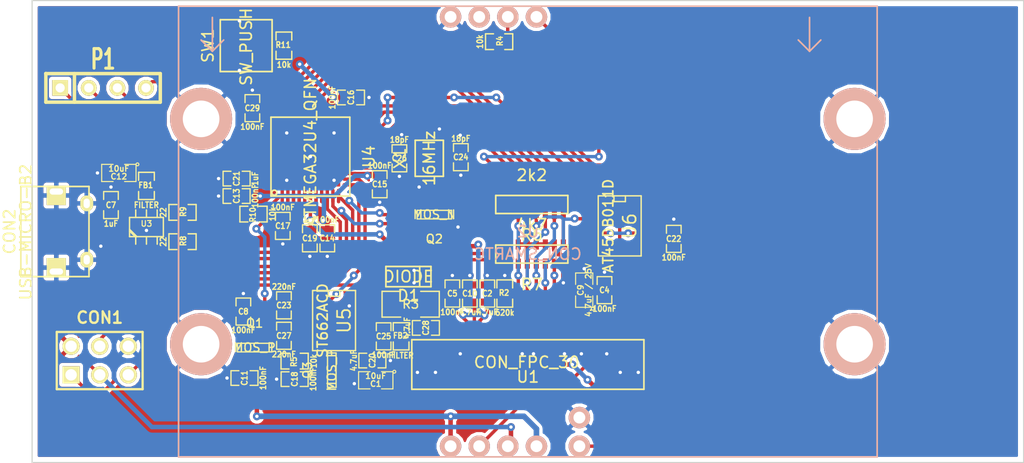
<source format=kicad_pcb>
(kicad_pcb (version 3) (host pcbnew "(2013-05-31 BZR 4019)-stable")
  (layers (15 Dessus.Cu signal) (0 Dessous.Cu signal hide))
  (net 0 "")
  (net 1 +12V)
  (net 2 +3.3V)
  (net 3 +5V)
  (net 4 /12V_FILT)
  (net 5 /ADC0)
  (net 6 /ADC1)
  (net 7 /ADC2)
  (net 8 /ADC3)
  (net 9 /BL_POWER)
  (net 10 /DETECT_SC)
  (net 11 /FLASH_HV_nS)
  (net 12 /FLASH_nS)
  (net 13 /LCD_DnC)
  (net 14 /LCD_HV_DnC)
  (net 15 /LCD_HV_SS)
  (net 16 /LCD_HV_nRES)
  (net 17 /LCD_SS)
  (net 18 /LCD_nRES)
  (net 19 /SC_IO)
  (net 20 /SC_PGM)
  (net 21 /SC_POWER)
  (net 22 /SC_RST)
  (net 23 /SPI2_CLK)
  (net 24 /SPI2_HV_MOSI)
  (net 25 /SPI2_HV_SCK)
  (net 26 /SPI2_MISO)
  (net 27 /SPI2_MOSI)
  (net 28 /SPI_MISO)
  (net 29 /SPI_MOSI)
  (net 30 /SPI_SCK)
  (net 31 /USB_D+)
  (net 32 /USB_D-)
  (net 33 /VCC_SC)
  (net 34 /nHWB)
  (net 35 /nRESET)
  (net 36 GND)
  (net 37 N-0000010)
  (net 38 N-0000011)
  (net 39 N-0000012)
  (net 40 N-0000013)
  (net 41 N-0000016)
  (net 42 N-0000017)
  (net 43 N-0000030)
  (net 44 N-0000031)
  (net 45 N-0000033)
  (net 46 N-0000035)
  (net 47 N-0000037)
  (net 48 N-0000038)
  (net 49 N-0000039)
  (net 50 N-0000045)
  (net 51 N-0000050)
  (net 52 N-0000051)
  (net 53 N-000008)
  (net 54 N-000009)
  (module tsot-6 (layer Dessus.Cu) (at 166.15 99.6)
    (fp_text reference U3)
    (fp_text value IP4234CZ6,125 hide)
    (pad 1 smd rect (at -0.94996 1.30048) (size 0.69088 1.00076) (layers Dessus.Cu Dessus.Pate Dessus.Masque) (net 52 N-0000051))
    (pad 3 smd rect (at 0.94996 1.30048) (size 0.69088 1.00076) (layers Dessus.Cu Dessus.Pate Dessus.Masque) (net 31 /USB_D+))
    (pad 2 smd rect (at 0 1.30048) (size 0.69088 1.00076) (layers Dessus.Cu Dessus.Pate Dessus.Masque) (net 36 GND))
    (pad 4 smd rect (at 0.94996 -1.30048) (size 0.69088 1.00076) (layers Dessus.Cu Dessus.Pate Dessus.Masque) (net 32 /USB_D-))
    (pad 6 smd rect (at -0.94996 -1.30048) (size 0.69088 1.00076) (layers Dessus.Cu Dessus.Pate Dessus.Masque) (net 44 N-0000031))
    (pad 5 smd rect (at 0 -1.30048) (size 0.69088 1.00076) (layers Dessus.Cu Dessus.Pate Dessus.Masque) (net 51 N-0000050))
  )
  (module SOD-123 (layer Dessus.Cu) (at 189.4 104)
    (fp_text reference D1)
    (fp_text value DIODE)
    (pad 1 smd rect (at -1.9 0) (size 1.4 1.9) (layers Dessus.Cu Dessus.Pate Dessus.Masque) (net 53 N-000008))
    (pad 2 smd rect (at 1.9 0) (size 1.4 1.9) (layers Dessus.Cu Dessus.Pate Dessus.Masque) (net 36 GND))
  )
  (module SO8E (layer Dessus.Cu) (at 182.8 107.9 270)
    (fp_text reference U5)
    (fp_text value ST662ACD)
    (pad 8 smd rect (at -1.905 -2.667 270) (size 0.59944 1.39954) (layers Dessus.Cu Dessus.Pate Dessus.Masque) (net 36 GND))
    (pad 1 smd rect (at -1.905 2.667 270) (size 0.59944 1.39954) (layers Dessus.Cu Dessus.Pate Dessus.Masque) (net 40 N-0000013))
    (pad 7 smd rect (at -0.635 -2.667 270) (size 0.59944 1.39954) (layers Dessus.Cu Dessus.Pate Dessus.Masque) (net 36 GND))
    (pad 6 smd rect (at 0.635 -2.667 270) (size 0.59944 1.39954) (layers Dessus.Cu Dessus.Pate Dessus.Masque) (net 1 +12V))
    (pad 5 smd rect (at 1.905 -2.667 270) (size 0.59944 1.39954) (layers Dessus.Cu Dessus.Pate Dessus.Masque) (net 45 N-0000033))
    (pad 2 smd rect (at -0.635 2.667 270) (size 0.59944 1.39954) (layers Dessus.Cu Dessus.Pate Dessus.Masque) (net 39 N-0000012))
    (pad 3 smd rect (at 0.635 2.667 270) (size 0.59944 1.39954) (layers Dessus.Cu Dessus.Pate Dessus.Masque) (net 46 N-0000035))
    (pad 4 smd rect (at 1.905 2.667 270) (size 0.59944 1.39954) (layers Dessus.Cu Dessus.Pate Dessus.Masque) (net 38 N-0000011))
  )
  (module SM1206 (layer Dessus.Cu) (at 189.6 106.45 180)
    (fp_text reference R3)
    (fp_text value 50 hide)
    (pad 1 smd rect (at -1.651 0 180) (size 1.524 2.032) (layers Dessus.Cu Dessus.Pate Dessus.Masque) (net 54 N-000009))
    (pad 2 smd rect (at 1.651 0 180) (size 1.524 2.032) (layers Dessus.Cu Dessus.Pate Dessus.Masque) (net 53 N-000008))
  )
  (module SM0805 (layer Dessus.Cu) (at 186.5 113.2 180)
    (fp_text reference C1)
    (fp_text value 10uF)
    (pad 1 smd rect (at -0.9525 0 180) (size 0.889 1.397) (layers Dessus.Cu Dessus.Pate Dessus.Masque) (net 4 /12V_FILT))
    (pad 2 smd rect (at 0.9525 0 180) (size 0.889 1.397) (layers Dessus.Cu Dessus.Pate Dessus.Masque) (net 36 GND))
  )
  (module SM0805 (layer Dessus.Cu) (at 205 105.2 90)
    (fp_text reference C9)
    (fp_text value "4.7uF / 25V")
    (pad 1 smd rect (at -0.9525 0 90) (size 0.889 1.397) (layers Dessus.Cu Dessus.Pate Dessus.Masque) (net 41 N-0000016))
    (pad 2 smd rect (at 0.9525 0 90) (size 0.889 1.397) (layers Dessus.Cu Dessus.Pate Dessus.Masque) (net 36 GND))
  )
  (module SM0805 (layer Dessus.Cu) (at 163.7 94.8 180)
    (fp_text reference C12)
    (fp_text value 10uF)
    (pad 1 smd rect (at -0.9525 0 180) (size 0.889 1.397) (layers Dessus.Cu Dessus.Pate Dessus.Masque) (net 3 +5V))
    (pad 2 smd rect (at 0.9525 0 180) (size 0.889 1.397) (layers Dessus.Cu Dessus.Pate Dessus.Masque) (net 36 GND))
  )
  (module SM0603_Resistor (layer Dessus.Cu) (at 197.95 105.5 90)
    (fp_text reference R2)
    (fp_text value 620k)
    (pad 1 smd rect (at -0.762 0 90) (size 0.635 1.143) (layers Dessus.Cu Dessus.Pate Dessus.Masque) (net 42 N-0000017))
    (pad 2 smd rect (at 0.762 0 90) (size 0.635 1.143) (layers Dessus.Cu Dessus.Pate Dessus.Masque) (net 36 GND))
  )
  (module SM0603_Resistor (layer Dessus.Cu) (at 179.3 111.5 180)
    (fp_text reference R5)
    (fp_text value 10k)
    (pad 1 smd rect (at -0.762 0 180) (size 0.635 1.143) (layers Dessus.Cu Dessus.Pate Dessus.Masque) (net 9 /BL_POWER))
    (pad 2 smd rect (at 0.762 0 180) (size 0.635 1.143) (layers Dessus.Cu Dessus.Pate Dessus.Masque) (net 3 +5V))
  )
  (module SM0603_Resistor (layer Dessus.Cu) (at 197.45 83.15)
    (fp_text reference R4)
    (fp_text value 10k)
    (pad 1 smd rect (at -0.762 0) (size 0.635 1.143) (layers Dessus.Cu Dessus.Pate Dessus.Masque) (net 3 +5V))
    (pad 2 smd rect (at 0.762 0) (size 0.635 1.143) (layers Dessus.Cu Dessus.Pate Dessus.Masque) (net 19 /SC_IO))
  )
  (module SM0603_Resistor (layer Dessus.Cu) (at 178.35 83.5 90)
    (fp_text reference R11)
    (fp_text value 10k)
    (pad 1 smd rect (at -0.762 0 90) (size 0.635 1.143) (layers Dessus.Cu Dessus.Pate Dessus.Masque) (net 34 /nHWB))
    (pad 2 smd rect (at 0.762 0 90) (size 0.635 1.143) (layers Dessus.Cu Dessus.Pate Dessus.Masque) (net 3 +5V))
  )
  (module SM0603_Resistor (layer Dessus.Cu) (at 175.65 98.45 180)
    (fp_text reference R10)
    (fp_text value 10k)
    (pad 1 smd rect (at -0.762 0 180) (size 0.635 1.143) (layers Dessus.Cu Dessus.Pate Dessus.Masque) (net 21 /SC_POWER))
    (pad 2 smd rect (at 0.762 0 180) (size 0.635 1.143) (layers Dessus.Cu Dessus.Pate Dessus.Masque) (net 3 +5V))
  )
  (module SM0603_Resistor (layer Dessus.Cu) (at 169.35 100.9)
    (fp_text reference R8)
    (fp_text value 22)
    (pad 1 smd rect (at -0.762 0) (size 0.635 1.143) (layers Dessus.Cu Dessus.Pate Dessus.Masque) (net 31 /USB_D+))
    (pad 2 smd rect (at 0.762 0) (size 0.635 1.143) (layers Dessus.Cu Dessus.Pate Dessus.Masque) (net 48 N-0000038))
  )
  (module SM0603_Resistor (layer Dessus.Cu) (at 169.35 98.3)
    (fp_text reference R9)
    (fp_text value 22)
    (pad 1 smd rect (at -0.762 0) (size 0.635 1.143) (layers Dessus.Cu Dessus.Pate Dessus.Masque) (net 32 /USB_D-))
    (pad 2 smd rect (at 0.762 0) (size 0.635 1.143) (layers Dessus.Cu Dessus.Pate Dessus.Masque) (net 47 N-0000037))
  )
  (module SM0603_Resistor (layer Dessus.Cu) (at 166.15 95.95 90)
    (fp_text reference FB1)
    (fp_text value FILTER)
    (pad 1 smd rect (at -0.762 0 90) (size 0.635 1.143) (layers Dessus.Cu Dessus.Pate Dessus.Masque) (net 51 N-0000050))
    (pad 2 smd rect (at 0.762 0 90) (size 0.635 1.143) (layers Dessus.Cu Dessus.Pate Dessus.Masque) (net 3 +5V))
  )
  (module SM0603_Capa (layer Dessus.Cu) (at 194.05 93.4 270)
    (fp_text reference C24)
    (fp_text value 18pF)
    (pad 1 smd rect (at -0.762 0 270) (size 0.635 1.143) (layers Dessus.Cu Dessus.Pate Dessus.Masque) (net 50 N-0000045))
    (pad 2 smd rect (at 0.762 0 270) (size 0.635 1.143) (layers Dessus.Cu Dessus.Pate Dessus.Masque) (net 36 GND))
  )
  (module SM0603_Capa (layer Dessus.Cu) (at 193.3 105.5 90)
    (fp_text reference C5)
    (fp_text value 100nF)
    (pad 1 smd rect (at -0.762 0 90) (size 0.635 1.143) (layers Dessus.Cu Dessus.Pate Dessus.Masque) (net 2 +3.3V))
    (pad 2 smd rect (at 0.762 0 90) (size 0.635 1.143) (layers Dessus.Cu Dessus.Pate Dessus.Masque) (net 36 GND))
  )
  (module SM0603_Capa (layer Dessus.Cu) (at 187.2 109.3 90)
    (fp_text reference C25)
    (fp_text value 100nF)
    (pad 1 smd rect (at -0.762 0 90) (size 0.635 1.143) (layers Dessus.Cu Dessus.Pate Dessus.Masque) (net 45 N-0000033))
    (pad 2 smd rect (at 0.762 0 90) (size 0.635 1.143) (layers Dessus.Cu Dessus.Pate Dessus.Masque) (net 1 +12V))
  )
  (module SM0603_Capa (layer Dessus.Cu) (at 194.85 105.5 90)
    (fp_text reference C10)
    (fp_text value 4.7uF)
    (pad 1 smd rect (at -0.762 0 90) (size 0.635 1.143) (layers Dessus.Cu Dessus.Pate Dessus.Masque) (net 37 N-0000010))
    (pad 2 smd rect (at 0.762 0 90) (size 0.635 1.143) (layers Dessus.Cu Dessus.Pate Dessus.Masque) (net 36 GND))
  )
  (module SM0603_Capa (layer Dessus.Cu) (at 190.95 108.55)
    (fp_text reference C28)
    (fp_text value 4.7uF)
    (pad 1 smd rect (at -0.762 0) (size 0.635 1.143) (layers Dessus.Cu Dessus.Pate Dessus.Masque) (net 1 +12V))
    (pad 2 smd rect (at 0.762 0) (size 0.635 1.143) (layers Dessus.Cu Dessus.Pate Dessus.Masque) (net 36 GND))
  )
  (module SM0603_Capa (layer Dessus.Cu) (at 178.35 109.25 90)
    (fp_text reference C27)
    (fp_text value 220nF)
    (pad 1 smd rect (at -0.762 0 90) (size 0.635 1.143) (layers Dessus.Cu Dessus.Pate Dessus.Masque) (net 38 N-0000011))
    (pad 2 smd rect (at 0.762 0 90) (size 0.635 1.143) (layers Dessus.Cu Dessus.Pate Dessus.Masque) (net 46 N-0000035))
  )
  (module SM0603_Capa (layer Dessus.Cu) (at 178.35 106.55 270)
    (fp_text reference C23)
    (fp_text value 220nF)
    (pad 1 smd rect (at -0.762 0 270) (size 0.635 1.143) (layers Dessus.Cu Dessus.Pate Dessus.Masque) (net 40 N-0000013))
    (pad 2 smd rect (at 0.762 0 270) (size 0.635 1.143) (layers Dessus.Cu Dessus.Pate Dessus.Masque) (net 39 N-0000012))
  )
  (module SM0603_Capa (layer Dessus.Cu) (at 186.2 111.45)
    (fp_text reference C20)
    (fp_text value 4.7uF)
    (pad 1 smd rect (at -0.762 0) (size 0.635 1.143) (layers Dessus.Cu Dessus.Pate Dessus.Masque) (net 45 N-0000033))
    (pad 2 smd rect (at 0.762 0) (size 0.635 1.143) (layers Dessus.Cu Dessus.Pate Dessus.Masque) (net 36 GND))
  )
  (module SM0603_Capa (layer Dessus.Cu) (at 179.3 113.1 180)
    (fp_text reference C18)
    (fp_text value 100nF)
    (pad 1 smd rect (at -0.762 0 180) (size 0.635 1.143) (layers Dessus.Cu Dessus.Pate Dessus.Masque) (net 3 +5V))
    (pad 2 smd rect (at 0.762 0 180) (size 0.635 1.143) (layers Dessus.Cu Dessus.Pate Dessus.Masque) (net 36 GND))
  )
  (module SM0603_Capa (layer Dessus.Cu) (at 196.4 105.5 90)
    (fp_text reference C2)
    (fp_text value 4.7uF)
    (pad 1 smd rect (at -0.762 0 90) (size 0.635 1.143) (layers Dessus.Cu Dessus.Pate Dessus.Masque) (net 2 +3.3V))
    (pad 2 smd rect (at 0.762 0 90) (size 0.635 1.143) (layers Dessus.Cu Dessus.Pate Dessus.Masque) (net 36 GND))
  )
  (module SM0603_Capa (layer Dessus.Cu) (at 206.8 105.2 90)
    (fp_text reference C4)
    (fp_text value 100nF)
    (pad 1 smd rect (at -0.762 0 90) (size 0.635 1.143) (layers Dessus.Cu Dessus.Pate Dessus.Masque) (net 4 /12V_FILT))
    (pad 2 smd rect (at 0.762 0 90) (size 0.635 1.143) (layers Dessus.Cu Dessus.Pate Dessus.Masque) (net 36 GND))
  )
  (module SM0603_Capa (layer Dessus.Cu) (at 212.95 100.65 90)
    (fp_text reference C22)
    (fp_text value 100nF)
    (pad 1 smd rect (at -0.762 0 90) (size 0.635 1.143) (layers Dessus.Cu Dessus.Pate Dessus.Masque) (net 2 +3.3V))
    (pad 2 smd rect (at 0.762 0 90) (size 0.635 1.143) (layers Dessus.Cu Dessus.Pate Dessus.Masque) (net 36 GND))
  )
  (module SM0603_Capa (layer Dessus.Cu) (at 188.6 93.5 270)
    (fp_text reference C26)
    (fp_text value 18pF)
    (pad 1 smd rect (at -0.762 0 270) (size 0.635 1.143) (layers Dessus.Cu Dessus.Pate Dessus.Masque) (net 43 N-0000030))
    (pad 2 smd rect (at 0.762 0 270) (size 0.635 1.143) (layers Dessus.Cu Dessus.Pate Dessus.Masque) (net 36 GND))
  )
  (module SM0603_Capa (layer Dessus.Cu) (at 174.85 113 180)
    (fp_text reference C11)
    (fp_text value 100nF)
    (pad 1 smd rect (at -0.762 0 180) (size 0.635 1.143) (layers Dessus.Cu Dessus.Pate Dessus.Masque) (net 33 /VCC_SC))
    (pad 2 smd rect (at 0.762 0 180) (size 0.635 1.143) (layers Dessus.Cu Dessus.Pate Dessus.Masque) (net 36 GND))
  )
  (module SM0603_Capa (layer Dessus.Cu) (at 174.75 107.1 90)
    (fp_text reference C8)
    (fp_text value 100nF)
    (pad 1 smd rect (at -0.762 0 90) (size 0.635 1.143) (layers Dessus.Cu Dessus.Pate Dessus.Masque) (net 3 +5V))
    (pad 2 smd rect (at 0.762 0 90) (size 0.635 1.143) (layers Dessus.Cu Dessus.Pate Dessus.Masque) (net 36 GND))
  )
  (module SM0603_Capa (layer Dessus.Cu) (at 175.55 89.05 90)
    (fp_text reference C29)
    (fp_text value 100nF)
    (pad 1 smd rect (at -0.762 0 90) (size 0.635 1.143) (layers Dessus.Cu Dessus.Pate Dessus.Masque) (net 3 +5V))
    (pad 2 smd rect (at 0.762 0 90) (size 0.635 1.143) (layers Dessus.Cu Dessus.Pate Dessus.Masque) (net 36 GND))
  )
  (module SM0603_Capa (layer Dessus.Cu) (at 178.25 99.5 270)
    (fp_text reference C17)
    (fp_text value 100nF)
    (pad 1 smd rect (at -0.762 0 270) (size 0.635 1.143) (layers Dessus.Cu Dessus.Pate Dessus.Masque) (net 3 +5V))
    (pad 2 smd rect (at 0.762 0 270) (size 0.635 1.143) (layers Dessus.Cu Dessus.Pate Dessus.Masque) (net 36 GND))
  )
  (module SM0603_Capa (layer Dessus.Cu) (at 174.15 96.85 180)
    (fp_text reference C13)
    (fp_text value 100nF)
    (pad 1 smd rect (at -0.762 0 180) (size 0.635 1.143) (layers Dessus.Cu Dessus.Pate Dessus.Masque) (net 3 +5V))
    (pad 2 smd rect (at 0.762 0 180) (size 0.635 1.143) (layers Dessus.Cu Dessus.Pate Dessus.Masque) (net 36 GND))
  )
  (module SM0603_Capa (layer Dessus.Cu) (at 182.2 100.6 270)
    (fp_text reference C14)
    (fp_text value 100nF)
    (pad 1 smd rect (at -0.762 0 270) (size 0.635 1.143) (layers Dessus.Cu Dessus.Pate Dessus.Masque) (net 3 +5V))
    (pad 2 smd rect (at 0.762 0 270) (size 0.635 1.143) (layers Dessus.Cu Dessus.Pate Dessus.Masque) (net 36 GND))
  )
  (module SM0603_Capa (layer Dessus.Cu) (at 184.3 88.1)
    (fp_text reference C16)
    (fp_text value 100nF)
    (pad 1 smd rect (at -0.762 0) (size 0.635 1.143) (layers Dessus.Cu Dessus.Pate Dessus.Masque) (net 3 +5V))
    (pad 2 smd rect (at 0.762 0) (size 0.635 1.143) (layers Dessus.Cu Dessus.Pate Dessus.Masque) (net 36 GND))
  )
  (module SM0603_Capa (layer Dessus.Cu) (at 186.85 95.8 270)
    (fp_text reference C15)
    (fp_text value 100nF)
    (pad 1 smd rect (at -0.762 0 270) (size 0.635 1.143) (layers Dessus.Cu Dessus.Pate Dessus.Masque) (net 3 +5V))
    (pad 2 smd rect (at 0.762 0 270) (size 0.635 1.143) (layers Dessus.Cu Dessus.Pate Dessus.Masque) (net 36 GND))
  )
  (module SM0603_Capa (layer Dessus.Cu) (at 174.15 95.3 180)
    (fp_text reference C21)
    (fp_text value 1uF)
    (pad 1 smd rect (at -0.762 0 180) (size 0.635 1.143) (layers Dessus.Cu Dessus.Pate Dessus.Masque) (net 49 N-0000039))
    (pad 2 smd rect (at 0.762 0 180) (size 0.635 1.143) (layers Dessus.Cu Dessus.Pate Dessus.Masque) (net 36 GND))
  )
  (module SM0603_Capa (layer Dessus.Cu) (at 180.65 100.6 270)
    (fp_text reference C19)
    (fp_text value 1uF)
    (pad 1 smd rect (at -0.762 0 270) (size 0.635 1.143) (layers Dessus.Cu Dessus.Pate Dessus.Masque) (net 2 +3.3V))
    (pad 2 smd rect (at 0.762 0 270) (size 0.635 1.143) (layers Dessus.Cu Dessus.Pate Dessus.Masque) (net 36 GND))
  )
  (module SM0603_Capa (layer Dessus.Cu) (at 163 97.65 90)
    (fp_text reference C7)
    (fp_text value 1uF)
    (pad 1 smd rect (at -0.762 0 90) (size 0.635 1.143) (layers Dessus.Cu Dessus.Pate Dessus.Masque) (net 51 N-0000050))
    (pad 2 smd rect (at 0.762 0 90) (size 0.635 1.143) (layers Dessus.Cu Dessus.Pate Dessus.Masque) (net 36 GND))
  )
  (module SIL-4 (layer Dessus.Cu) (at 162.3 87.25)
    (fp_text reference P1)
    (fp_text value CONN_4 hide)
    (pad 1 thru_hole rect (at -3.81 0) (size 1.397 1.397) (drill 0.8128) (layers *.Cu *.Mask Dessus.SilkS) (net 5 /ADC0))
    (pad 2 thru_hole circle (at -1.27 0) (size 1.397 1.397) (drill 0.8128) (layers *.Cu *.Mask Dessus.SilkS) (net 6 /ADC1))
    (pad 3 thru_hole circle (at 1.27 0) (size 1.397 1.397) (drill 0.8128) (layers *.Cu *.Mask Dessus.SilkS) (net 7 /ADC2))
    (pad 4 thru_hole circle (at 3.81 0) (size 1.397 1.397) (drill 0.8128) (layers *.Cu *.Mask Dessus.SilkS) (net 8 /ADC3))
  )
  (module RNETWORK8_0603 (layer Dessus.Cu) (at 200.35 102)
    (fp_text reference R7)
    (fp_text value 4k7)
    (pad 1 smd rect (at -2.8 0.85) (size 0.45 0.9) (layers Dessus.Cu Dessus.Pate Dessus.Masque) (net 3 +5V))
    (pad 2 smd rect (at -2 0.85) (size 0.45 0.9) (layers Dessus.Cu Dessus.Pate Dessus.Masque) (net 36 GND))
    (pad 3 smd rect (at -1.2 0.85) (size 0.45 0.9) (layers Dessus.Cu Dessus.Pate Dessus.Masque) (net 18 /LCD_nRES))
    (pad 4 smd rect (at -0.4 0.85) (size 0.45 0.9) (layers Dessus.Cu Dessus.Pate Dessus.Masque) (net 17 /LCD_SS))
    (pad 5 smd rect (at 0.4 0.85) (size 0.45 0.9) (layers Dessus.Cu Dessus.Pate Dessus.Masque) (net 13 /LCD_DnC))
    (pad 6 smd rect (at 1.2 0.85) (size 0.45 0.9) (layers Dessus.Cu Dessus.Pate Dessus.Masque) (net 23 /SPI2_CLK))
    (pad 7 smd rect (at 2 0.85) (size 0.45 0.9) (layers Dessus.Cu Dessus.Pate Dessus.Masque) (net 27 /SPI2_MOSI))
    (pad 8 smd rect (at 2.8 0.85) (size 0.45 0.9) (layers Dessus.Cu Dessus.Pate Dessus.Masque) (net 36 GND))
    (pad 9 smd rect (at 2.8 -0.85) (size 0.45 0.9) (layers Dessus.Cu Dessus.Pate Dessus.Masque) (net 12 /FLASH_nS))
    (pad 10 smd rect (at 2 -0.85) (size 0.45 0.9) (layers Dessus.Cu Dessus.Pate Dessus.Masque) (net 36 GND))
    (pad 11 smd rect (at 1.2 -0.85) (size 0.45 0.9) (layers Dessus.Cu Dessus.Pate Dessus.Masque) (net 36 GND))
    (pad 12 smd rect (at 0.4 -0.85) (size 0.45 0.9) (layers Dessus.Cu Dessus.Pate Dessus.Masque) (net 36 GND))
    (pad 13 smd rect (at -0.4 -0.85) (size 0.45 0.9) (layers Dessus.Cu Dessus.Pate Dessus.Masque) (net 36 GND))
    (pad 14 smd rect (at -1.2 -0.85) (size 0.45 0.9) (layers Dessus.Cu Dessus.Pate Dessus.Masque) (net 36 GND))
    (pad 15 smd rect (at -2 -0.85) (size 0.45 0.9) (layers Dessus.Cu Dessus.Pate Dessus.Masque) (net 29 /SPI_MOSI))
    (pad 16 smd rect (at -2.8 -0.85) (size 0.45 0.9) (layers Dessus.Cu Dessus.Pate Dessus.Masque) (net 35 /nRESET))
  )
  (module RNETWORK8_0603 (layer Dessus.Cu) (at 200.35 97.6)
    (fp_text reference R6)
    (fp_text value 2k2)
    (pad 1 smd rect (at -2.8 0.85) (size 0.45 0.9) (layers Dessus.Cu Dessus.Pate Dessus.Masque) (net 28 /SPI_MISO))
    (pad 2 smd rect (at -2 0.85) (size 0.45 0.9) (layers Dessus.Cu Dessus.Pate Dessus.Masque) (net 28 /SPI_MISO))
    (pad 3 smd rect (at -1.2 0.85) (size 0.45 0.9) (layers Dessus.Cu Dessus.Pate Dessus.Masque) (net 18 /LCD_nRES))
    (pad 4 smd rect (at -0.4 0.85) (size 0.45 0.9) (layers Dessus.Cu Dessus.Pate Dessus.Masque) (net 27 /SPI2_MOSI))
    (pad 5 smd rect (at 0.4 0.85) (size 0.45 0.9) (layers Dessus.Cu Dessus.Pate Dessus.Masque) (net 23 /SPI2_CLK))
    (pad 6 smd rect (at 1.2 0.85) (size 0.45 0.9) (layers Dessus.Cu Dessus.Pate Dessus.Masque) (net 17 /LCD_SS))
    (pad 7 smd rect (at 2 0.85) (size 0.45 0.9) (layers Dessus.Cu Dessus.Pate Dessus.Masque) (net 13 /LCD_DnC))
    (pad 8 smd rect (at 2.8 0.85) (size 0.45 0.9) (layers Dessus.Cu Dessus.Pate Dessus.Masque) (net 12 /FLASH_nS))
    (pad 9 smd rect (at 2.8 -0.85) (size 0.45 0.9) (layers Dessus.Cu Dessus.Pate Dessus.Masque) (net 11 /FLASH_HV_nS))
    (pad 10 smd rect (at 2 -0.85) (size 0.45 0.9) (layers Dessus.Cu Dessus.Pate Dessus.Masque) (net 14 /LCD_HV_DnC))
    (pad 11 smd rect (at 1.2 -0.85) (size 0.45 0.9) (layers Dessus.Cu Dessus.Pate Dessus.Masque) (net 15 /LCD_HV_SS))
    (pad 12 smd rect (at 0.4 -0.85) (size 0.45 0.9) (layers Dessus.Cu Dessus.Pate Dessus.Masque) (net 25 /SPI2_HV_SCK))
    (pad 13 smd rect (at -0.4 -0.85) (size 0.45 0.9) (layers Dessus.Cu Dessus.Pate Dessus.Masque) (net 24 /SPI2_HV_MOSI))
    (pad 14 smd rect (at -1.2 -0.85) (size 0.45 0.9) (layers Dessus.Cu Dessus.Pate Dessus.Masque) (net 16 /LCD_HV_nRES))
    (pad 15 smd rect (at -2 -0.85) (size 0.45 0.9) (layers Dessus.Cu Dessus.Pate Dessus.Masque) (net 19 /SC_IO))
    (pad 16 smd rect (at -2.8 -0.85) (size 0.45 0.9) (layers Dessus.Cu Dessus.Pate Dessus.Masque) (net 19 /SC_IO))
  )
  (module pin_array_3x2 (layer Dessus.Cu) (at 162 111.45)
    (fp_text reference CON1)
    (fp_text value AVR-ISP-6 hide)
    (pad 1 thru_hole rect (at -2.54 1.27) (size 1.524 1.524) (drill 1.016) (layers *.Cu *.Mask Dessus.SilkS) (net 28 /SPI_MISO))
    (pad 2 thru_hole circle (at -2.54 -1.27) (size 1.524 1.524) (drill 1.016) (layers *.Cu *.Mask Dessus.SilkS) (net 3 +5V))
    (pad 3 thru_hole circle (at 0 1.27) (size 1.524 1.524) (drill 1.016) (layers *.Cu *.Mask Dessus.SilkS) (net 30 /SPI_SCK))
    (pad 4 thru_hole circle (at 0 -1.27) (size 1.524 1.524) (drill 1.016) (layers *.Cu *.Mask Dessus.SilkS) (net 29 /SPI_MOSI))
    (pad 5 thru_hole circle (at 2.54 1.27) (size 1.524 1.524) (drill 1.016) (layers *.Cu *.Mask Dessus.SilkS) (net 35 /nRESET))
    (pad 6 thru_hole circle (at 2.54 -1.27) (size 1.524 1.524) (drill 1.016) (layers *.Cu *.Mask Dessus.SilkS) (net 36 GND))
  )
  (module CONUSB_10118194 (layer Dessus.Cu) (at 160.85 100 270)
    (fp_text reference CON2)
    (fp_text value USB-MICRO-B2)
    (pad 1 smd rect (at -1.3 0 270) (size 0.45 1.35) (layers Dessus.Cu Dessus.Pate Dessus.Masque) (net 51 N-0000050))
    (pad 2 smd rect (at -0.65 0 270) (size 0.45 1.35) (layers Dessus.Cu Dessus.Pate Dessus.Masque) (net 44 N-0000031))
    (pad 3 smd rect (at 0 0 270) (size 0.45 1.35) (layers Dessus.Cu Dessus.Pate Dessus.Masque) (net 52 N-0000051))
    (pad 4 smd rect (at 0.65 0 270) (size 0.45 1.35) (layers Dessus.Cu Dessus.Pate Dessus.Masque))
    (pad 5 smd rect (at 1.3 0 270) (size 0.45 1.35) (layers Dessus.Cu Dessus.Pate Dessus.Masque) (net 36 GND))
    (pad 6 thru_hole oval (at -2.5 0 270) (size 1.4 1.15) (drill oval 0.85 0.55) (layers *.Cu *.Mask Dessus.SilkS) (net 36 GND))
    (pad 7 thru_hole oval (at 2.5 0 270) (size 1.4 1.15) (drill oval 0.85 0.55) (layers *.Cu *.Mask Dessus.SilkS) (net 36 GND))
    (pad 8 thru_hole rect (at -3.55 2.7 270) (size 1.7 1.7) (drill oval 0.55 1.2 (offset 0.35 0)) (layers *.Cu *.Mask Dessus.SilkS) (net 36 GND))
    (pad 11 thru_hole rect (at 3.55 2.7 90) (size 1.7 1.7) (drill oval 0.55 1.2 (offset 0.35 0)) (layers *.Cu *.Mask Dessus.SilkS) (net 36 GND))
    (pad 9 smd rect (at -1 2.7 90) (size 1.5 1.7) (layers Dessus.Cu Dessus.Pate Dessus.Masque) (net 36 GND))
    (pad 10 smd rect (at 1 2.7 90) (size 1.5 1.7) (layers Dessus.Cu Dessus.Pate Dessus.Masque) (net 36 GND))
  )
  (module BUTTON_TL3315 (layer Dessus.Cu) (at 175 83.5 270)
    (fp_text reference SW1)
    (fp_text value SW_PUSH)
    (pad 1 smd rect (at -2.2 -1.75 270) (size 0.8 1.2) (layers Dessus.Cu Dessus.Pate Dessus.Masque) (net 34 /nHWB))
    (pad 1 smd rect (at 2.2 -1.75 270) (size 0.8 1.2) (layers Dessus.Cu Dessus.Pate Dessus.Masque) (net 34 /nHWB))
    (pad 2 smd rect (at 2.2 1.75 270) (size 0.8 1.2) (layers Dessus.Cu Dessus.Pate Dessus.Masque) (net 36 GND))
    (pad 2 smd rect (at -2.2 1.75 270) (size 0.8 1.2) (layers Dessus.Cu Dessus.Pate Dessus.Masque) (net 36 GND))
  )
  (module CONSMART_SFV30R (layer Dessous.Cu) (at 200 100)
    (fp_text reference U2)
    (fp_text value CON_SMARTC)
    (pad FIX1 thru_hole circle (at -29 10) (size 5.5 5.5) (drill 3.25) (layers *.Cu *.Mask Dessous.SilkS) (net 36 GND))
    (pad FIX2 thru_hole circle (at 29 10) (size 5.5 5.5) (drill 3.25) (layers *.Cu *.Mask Dessous.SilkS) (net 36 GND))
    (pad FIX4 thru_hole circle (at 29 -10) (size 5.5 5.5) (drill 3.25) (layers *.Cu *.Mask Dessous.SilkS) (net 36 GND))
    (pad FIX3 thru_hole circle (at -29 -10) (size 5.5 5.5) (drill 3.25) (layers *.Cu *.Mask Dessous.SilkS) (net 36 GND))
    (pad C5 thru_hole circle (at -6.858 -19.05) (size 1.9 1.9) (drill 1.05) (layers *.Cu *.Mask Dessous.SilkS) (net 36 GND))
    (pad C6 thru_hole circle (at -4.318 -19.05) (size 1.9 1.9) (drill 1.05) (layers *.Cu *.Mask Dessous.SilkS))
    (pad C7 thru_hole circle (at -1.778 -19.05) (size 1.9 1.9) (drill 1.05) (layers *.Cu *.Mask Dessous.SilkS) (net 19 /SC_IO))
    (pad C8 thru_hole circle (at 0.762 -19.05) (size 1.9 1.9) (drill 1.05) (layers *.Cu *.Mask Dessous.SilkS) (net 20 /SC_PGM))
    (pad C4 thru_hole circle (at 0.762 19.05) (size 1.9 1.9) (drill 1.05) (layers *.Cu *.Mask Dessous.SilkS) (net 33 /VCC_SC))
    (pad C3 thru_hole circle (at -1.778 19.05) (size 1.9 1.9) (drill 1.05) (layers *.Cu *.Mask Dessous.SilkS) (net 30 /SPI_SCK))
    (pad C2 thru_hole circle (at -4.318 19.05) (size 1.9 1.9) (drill 1.05) (layers *.Cu *.Mask Dessous.SilkS) (net 22 /SC_RST))
    (pad C1 thru_hole circle (at -6.858 19.05) (size 1.9 1.9) (drill 1.05) (layers *.Cu *.Mask Dessous.SilkS) (net 33 /VCC_SC))
    (pad S1 thru_hole circle (at 4.572 19.05) (size 1.9 1.9) (drill 1.05) (layers *.Cu *.Mask Dessous.SilkS) (net 10 /DETECT_SC))
    (pad S2 thru_hole circle (at 4.572 16.51) (size 1.9 1.9) (drill 1.05) (layers *.Cu *.Mask Dessous.SilkS) (net 36 GND))
  )
  (module SM0603_Resistor (layer Dessus.Cu) (at 188.75 109.3 90)
    (fp_text reference FB2)
    (fp_text value FILTER)
    (pad 1 smd rect (at -0.762 0 90) (size 0.635 1.143) (layers Dessus.Cu Dessus.Pate Dessus.Masque) (net 4 /12V_FILT))
    (pad 2 smd rect (at 0.762 0 90) (size 0.635 1.143) (layers Dessus.Cu Dessus.Pate Dessus.Masque) (net 1 +12V))
  )
  (module QFN44 (layer Dessus.Cu) (at 180.7 93.35 90)
    (fp_text reference U4)
    (fp_text value ATMEGA32U4_QFN)
    (pad 1 smd oval (at -3.5 -2.5 180) (size 0.3 1.3) (layers Dessus.Cu Dessus.Pate Dessus.Masque) (net 21 /SC_POWER))
    (pad 2 smd oval (at -3.5 -2 180) (size 0.3 1.3) (layers Dessus.Cu Dessus.Pate Dessus.Masque) (net 3 +5V))
    (pad 3 smd oval (at -3.5 -1.5 180) (size 0.3 1.3) (layers Dessus.Cu Dessus.Pate Dessus.Masque) (net 47 N-0000037))
    (pad 4 smd oval (at -3.5 -1 180) (size 0.3 1.3) (layers Dessus.Cu Dessus.Pate Dessus.Masque) (net 48 N-0000038))
    (pad 5 smd oval (at -3.5 -0.5 180) (size 0.3 1.3) (layers Dessus.Cu Dessus.Pate Dessus.Masque) (net 36 GND))
    (pad 6 smd oval (at -3.5 0 180) (size 0.3 1.3) (layers Dessus.Cu Dessus.Pate Dessus.Masque) (net 2 +3.3V))
    (pad 7 smd oval (at -3.5 0.5 180) (size 0.3 1.3) (layers Dessus.Cu Dessus.Pate Dessus.Masque) (net 3 +5V))
    (pad 8 smd oval (at -3.5 1 180) (size 0.3 1.3) (layers Dessus.Cu Dessus.Pate Dessus.Masque))
    (pad 9 smd oval (at -3.5 1.5 180) (size 0.3 1.3) (layers Dessus.Cu Dessus.Pate Dessus.Masque) (net 30 /SPI_SCK))
    (pad 10 smd oval (at -3.5 2 180) (size 0.3 1.3) (layers Dessus.Cu Dessus.Pate Dessus.Masque) (net 29 /SPI_MOSI))
    (pad 11 smd oval (at -3.5 2.5 180) (size 0.3 1.3) (layers Dessus.Cu Dessus.Pate Dessus.Masque) (net 28 /SPI_MISO))
    (pad 12 smd oval (at -2.5 3.5 90) (size 0.3 1.3) (layers Dessus.Cu Dessus.Pate Dessus.Masque) (net 9 /BL_POWER))
    (pad 13 smd oval (at -2 3.5 90) (size 0.3 1.3) (layers Dessus.Cu Dessus.Pate Dessus.Masque) (net 35 /nRESET))
    (pad 14 smd oval (at -1.5 3.5 90) (size 0.3 1.3) (layers Dessus.Cu Dessus.Pate Dessus.Masque) (net 3 +5V))
    (pad 15 smd oval (at -1 3.5 90) (size 0.3 1.3) (layers Dessus.Cu Dessus.Pate Dessus.Masque) (net 36 GND))
    (pad 16 smd oval (at -0.5 3.5 90) (size 0.3 1.3) (layers Dessus.Cu Dessus.Pate Dessus.Masque) (net 50 N-0000045))
    (pad 17 smd oval (at 0 3.5 90) (size 0.3 1.3) (layers Dessus.Cu Dessus.Pate Dessus.Masque) (net 43 N-0000030))
    (pad 18 smd oval (at 0.5 3.5 90) (size 0.3 1.3) (layers Dessus.Cu Dessus.Pate Dessus.Masque) (net 36 GND))
    (pad 19 smd oval (at 1 3.5 90) (size 0.3 1.3) (layers Dessus.Cu Dessus.Pate Dessus.Masque) (net 16 /LCD_HV_nRES))
    (pad 20 smd oval (at 1.5 3.5 90) (size 0.3 1.3) (layers Dessus.Cu Dessus.Pate Dessus.Masque) (net 26 /SPI2_MISO))
    (pad 21 smd oval (at 2 3.5 90) (size 0.3 1.3) (layers Dessus.Cu Dessus.Pate Dessus.Masque) (net 24 /SPI2_HV_MOSI))
    (pad 22 smd oval (at 2.5 3.5 90) (size 0.3 1.3) (layers Dessus.Cu Dessus.Pate Dessus.Masque) (net 25 /SPI2_HV_SCK))
    (pad 23 smd oval (at 3.5 2.5 180) (size 0.3 1.3) (layers Dessus.Cu Dessus.Pate Dessus.Masque) (net 36 GND))
    (pad 24 smd oval (at 3.5 2 180) (size 0.3 1.3) (layers Dessus.Cu Dessus.Pate Dessus.Masque) (net 3 +5V))
    (pad 25 smd oval (at 3.5 1.5 180) (size 0.3 1.3) (layers Dessus.Cu Dessus.Pate Dessus.Masque))
    (pad 26 smd oval (at 3.5 1 180) (size 0.3 1.3) (layers Dessus.Cu Dessus.Pate Dessus.Masque) (net 15 /LCD_HV_SS))
    (pad 27 smd oval (at 3.5 0.5 180) (size 0.3 1.3) (layers Dessus.Cu Dessus.Pate Dessus.Masque) (net 14 /LCD_HV_DnC))
    (pad 28 smd oval (at 3.5 0 180) (size 0.3 1.3) (layers Dessus.Cu Dessus.Pate Dessus.Masque) (net 11 /FLASH_HV_nS))
    (pad 29 smd oval (at 3.5 -0.5 180) (size 0.3 1.3) (layers Dessus.Cu Dessus.Pate Dessus.Masque) (net 22 /SC_RST))
    (pad 30 smd oval (at 3.5 -1 180) (size 0.3 1.3) (layers Dessus.Cu Dessus.Pate Dessus.Masque) (net 10 /DETECT_SC))
    (pad 31 smd oval (at 3.5 -1.5 180) (size 0.3 1.3) (layers Dessus.Cu Dessus.Pate Dessus.Masque) (net 20 /SC_PGM))
    (pad 32 smd oval (at 3.5 -2 180) (size 0.3 1.3) (layers Dessus.Cu Dessus.Pate Dessus.Masque))
    (pad 33 smd oval (at 3.5 -2.5 180) (size 0.3 1.3) (layers Dessus.Cu Dessus.Pate Dessus.Masque) (net 34 /nHWB))
    (pad 34 smd oval (at 2.5 -3.5 90) (size 0.3 1.3) (layers Dessus.Cu Dessus.Pate Dessus.Masque) (net 3 +5V))
    (pad 35 smd oval (at 2 -3.5 90) (size 0.3 1.3) (layers Dessus.Cu Dessus.Pate Dessus.Masque) (net 36 GND))
    (pad 36 smd oval (at 1.5 -3.5 90) (size 0.3 1.3) (layers Dessus.Cu Dessus.Pate Dessus.Masque))
    (pad 37 smd oval (at 1 -3.5 90) (size 0.3 1.3) (layers Dessus.Cu Dessus.Pate Dessus.Masque))
    (pad 38 smd oval (at 0.5 -3.5 90) (size 0.3 1.3) (layers Dessus.Cu Dessus.Pate Dessus.Masque) (net 8 /ADC3))
    (pad 39 smd oval (at 0 -3.5 90) (size 0.3 1.3) (layers Dessus.Cu Dessus.Pate Dessus.Masque) (net 7 /ADC2))
    (pad 40 smd oval (at -0.5 -3.5 90) (size 0.3 1.3) (layers Dessus.Cu Dessus.Pate Dessus.Masque) (net 6 /ADC1))
    (pad 41 smd oval (at -1 -3.5 90) (size 0.3 1.3) (layers Dessus.Cu Dessus.Pate Dessus.Masque) (net 5 /ADC0))
    (pad 42 smd oval (at -1.5 -3.5 90) (size 0.3 1.3) (layers Dessus.Cu Dessus.Pate Dessus.Masque) (net 49 N-0000039))
    (pad 43 smd oval (at -2 -3.5 90) (size 0.3 1.3) (layers Dessus.Cu Dessus.Pate Dessus.Masque) (net 36 GND))
    (pad 44 smd oval (at -2.5 -3.5 90) (size 0.3 1.3) (layers Dessus.Cu Dessus.Pate Dessus.Masque) (net 3 +5V))
    (pad 45 smd rect (at 0 0 90) (size 5.3 5.3) (layers Dessus.Cu Dessus.Pate Dessus.Masque) (net 36 GND))
  )
  (module SO8E (layer Dessus.Cu) (at 208.15 99.5 270)
    (fp_text reference U6)
    (fp_text value AT45DB011D)
    (pad 8 smd rect (at -1.905 -2.667 270) (size 0.59944 1.39954) (layers Dessus.Cu Dessus.Pate Dessus.Masque) (net 26 /SPI2_MISO))
    (pad 1 smd rect (at -1.905 2.667 270) (size 0.59944 1.39954) (layers Dessus.Cu Dessus.Pate Dessus.Masque) (net 27 /SPI2_MOSI))
    (pad 7 smd rect (at -0.635 -2.667 270) (size 0.59944 1.39954) (layers Dessus.Cu Dessus.Pate Dessus.Masque) (net 36 GND))
    (pad 6 smd rect (at 0.635 -2.667 270) (size 0.59944 1.39954) (layers Dessus.Cu Dessus.Pate Dessus.Masque) (net 2 +3.3V))
    (pad 5 smd rect (at 1.905 -2.667 270) (size 0.59944 1.39954) (layers Dessus.Cu Dessus.Pate Dessus.Masque) (net 2 +3.3V))
    (pad 2 smd rect (at -0.635 2.667 270) (size 0.59944 1.39954) (layers Dessus.Cu Dessus.Pate Dessus.Masque) (net 23 /SPI2_CLK))
    (pad 3 smd rect (at 0.635 2.667 270) (size 0.59944 1.39954) (layers Dessus.Cu Dessus.Pate Dessus.Masque) (net 2 +3.3V))
    (pad 4 smd rect (at 1.905 2.667 270) (size 0.59944 1.39954) (layers Dessus.Cu Dessus.Pate Dessus.Masque) (net 12 /FLASH_nS))
  )
  (module XTAL_3.2_2.5 (layer Dessus.Cu) (at 191.25 93.5 90)
    (fp_text reference X1)
    (fp_text value 16MHz)
    (pad 1 smd rect (at -1.2 0.9 90) (size 1.6 1.4) (layers Dessus.Cu Dessus.Pate Dessus.Masque) (net 50 N-0000045))
    (pad 2 smd rect (at 1.2 0.9 90) (size 1.6 1.4) (layers Dessus.Cu Dessus.Pate Dessus.Masque) (net 36 GND))
    (pad 3 smd rect (at 1.2 -0.9 90) (size 1.6 1.4) (layers Dessus.Cu Dessus.Pate Dessus.Masque) (net 43 N-0000030))
    (pad 4 smd rect (at -1.2 -0.9 90) (size 1.6 1.4) (layers Dessus.Cu Dessus.Pate Dessus.Masque) (net 36 GND))
  )
  (module SOT23GDS_L (layer Dessus.Cu) (at 182.6 112.3 90)
    (fp_text reference Q3)
    (fp_text value MOS_P)
    (pad S smd rect (at -0.889 -1.1 90) (size 1.1 1.1) (layers Dessus.Cu Dessus.Pate Dessus.Masque) (net 3 +5V))
    (pad G smd rect (at 0.889 -1.1 90) (size 1.1 1.1) (layers Dessus.Cu Dessus.Pate Dessus.Masque) (net 9 /BL_POWER))
    (pad D smd rect (at 0 1.1 90) (size 1.1 1.1) (layers Dessus.Cu Dessus.Pate Dessus.Masque) (net 45 N-0000033))
  )
  (module SOT23GDS_L (layer Dessus.Cu) (at 191.7 98.5 180)
    (fp_text reference Q2)
    (fp_text value MOS_N)
    (pad S smd rect (at -0.889 -1.1 180) (size 1.1 1.1) (layers Dessus.Cu Dessus.Pate Dessus.Masque) (net 36 GND))
    (pad G smd rect (at 0.889 -1.1 180) (size 1.1 1.1) (layers Dessus.Cu Dessus.Pate Dessus.Masque) (net 29 /SPI_MOSI))
    (pad D smd rect (at 0 1.1 180) (size 1.1 1.1) (layers Dessus.Cu Dessus.Pate Dessus.Masque) (net 19 /SC_IO))
  )
  (module SOT23GDS_L (layer Dessus.Cu) (at 175.75 110.3)
    (fp_text reference Q1)
    (fp_text value MOS_P)
    (pad S smd rect (at -0.889 -1.1) (size 1.1 1.1) (layers Dessus.Cu Dessus.Pate Dessus.Masque) (net 3 +5V))
    (pad G smd rect (at 0.889 -1.1) (size 1.1 1.1) (layers Dessus.Cu Dessus.Pate Dessus.Masque) (net 21 /SC_POWER))
    (pad D smd rect (at 0 1.1) (size 1.1 1.1) (layers Dessus.Cu Dessus.Pate Dessus.Masque) (net 33 /VCC_SC))
  )
  (module CON_FPC30 (layer Dessus.Cu) (at 200 109.6)
    (fp_text reference U1)
    (fp_text value CON_FPC_30)
    (pad 30 smd rect (at -7.25 -0.1) (size 0.3 1.45) (layers Dessus.Cu Dessus.Pate Dessus.Masque) (net 36 GND))
    (pad 29 smd rect (at -6.75 -0.1) (size 0.3 1.45) (layers Dessus.Cu Dessus.Pate Dessus.Masque) (net 4 /12V_FILT))
    (pad 28 smd rect (at -6.25 -0.1) (size 0.3 1.45) (layers Dessus.Cu Dessus.Pate Dessus.Masque) (net 36 GND))
    (pad 27 smd rect (at -5.75 -0.1) (size 0.3 1.45) (layers Dessus.Cu Dessus.Pate Dessus.Masque) (net 54 N-000009))
    (pad 26 smd rect (at -5.25 -0.1) (size 0.3 1.45) (layers Dessus.Cu Dessus.Pate Dessus.Masque) (net 2 +3.3V))
    (pad 25 smd rect (at -4.75 -0.1) (size 0.3 1.45) (layers Dessus.Cu Dessus.Pate Dessus.Masque) (net 37 N-0000010))
    (pad 24 smd rect (at -4.25 -0.1) (size 0.3 1.45) (layers Dessus.Cu Dessus.Pate Dessus.Masque) (net 2 +3.3V))
    (pad 23 smd rect (at -3.75 -0.1) (size 0.3 1.45) (layers Dessus.Cu Dessus.Pate Dessus.Masque))
    (pad 22 smd rect (at -3.25 -0.1) (size 0.3 1.45) (layers Dessus.Cu Dessus.Pate Dessus.Masque) (net 42 N-0000017))
    (pad 21 smd rect (at -2.75 -0.1) (size 0.3 1.45) (layers Dessus.Cu Dessus.Pate Dessus.Masque))
    (pad 20 smd rect (at -2.25 -0.1) (size 0.3 1.45) (layers Dessus.Cu Dessus.Pate Dessus.Masque) (net 18 /LCD_nRES))
    (pad 19 smd rect (at -1.75 -0.1) (size 0.3 1.45) (layers Dessus.Cu Dessus.Pate Dessus.Masque) (net 17 /LCD_SS))
    (pad 18 smd rect (at -1.25 -0.1) (size 0.3 1.45) (layers Dessus.Cu Dessus.Pate Dessus.Masque) (net 13 /LCD_DnC))
    (pad 17 smd rect (at -0.75 -0.1) (size 0.3 1.45) (layers Dessus.Cu Dessus.Pate Dessus.Masque) (net 36 GND))
    (pad 16 smd rect (at -0.25 -0.1) (size 0.3 1.45) (layers Dessus.Cu Dessus.Pate Dessus.Masque) (net 36 GND))
    (pad 15 smd rect (at 0.25 -0.1) (size 0.3 1.45) (layers Dessus.Cu Dessus.Pate Dessus.Masque) (net 36 GND))
    (pad 14 smd rect (at 0.75 -0.1) (size 0.3 1.45) (layers Dessus.Cu Dessus.Pate Dessus.Masque) (net 36 GND))
    (pad 13 smd rect (at 1.25 -0.1) (size 0.3 1.45) (layers Dessus.Cu Dessus.Pate Dessus.Masque) (net 23 /SPI2_CLK))
    (pad 12 smd rect (at 1.75 -0.1) (size 0.3 1.45) (layers Dessus.Cu Dessus.Pate Dessus.Masque) (net 27 /SPI2_MOSI))
    (pad 11 smd rect (at 2.25 -0.1) (size 0.3 1.45) (layers Dessus.Cu Dessus.Pate Dessus.Masque))
    (pad 10 smd rect (at 2.75 -0.1) (size 0.3 1.45) (layers Dessus.Cu Dessus.Pate Dessus.Masque) (net 36 GND))
    (pad 9 smd rect (at 3.25 -0.1) (size 0.3 1.45) (layers Dessus.Cu Dessus.Pate Dessus.Masque) (net 36 GND))
    (pad 8 smd rect (at 3.75 -0.1) (size 0.3 1.45) (layers Dessus.Cu Dessus.Pate Dessus.Masque) (net 36 GND))
    (pad 7 smd rect (at 4.25 -0.1) (size 0.3 1.45) (layers Dessus.Cu Dessus.Pate Dessus.Masque) (net 36 GND))
    (pad 6 smd rect (at 4.75 -0.1) (size 0.3 1.45) (layers Dessus.Cu Dessus.Pate Dessus.Masque) (net 36 GND))
    (pad 5 smd rect (at 5.25 -0.1) (size 0.3 1.45) (layers Dessus.Cu Dessus.Pate Dessus.Masque) (net 36 GND))
    (pad 4 smd rect (at 5.75 -0.1) (size 0.3 1.45) (layers Dessus.Cu Dessus.Pate Dessus.Masque) (net 41 N-0000016))
    (pad 3 smd rect (at 6.25 -0.1) (size 0.3 1.45) (layers Dessus.Cu Dessus.Pate Dessus.Masque) (net 4 /12V_FILT))
    (pad 2 smd rect (at 6.75 -0.1) (size 0.3 1.45) (layers Dessus.Cu Dessus.Pate Dessus.Masque) (net 36 GND))
    (pad 1 smd rect (at 7.25 -0.1) (size 0.3 1.45) (layers Dessus.Cu Dessus.Pate Dessus.Masque) (net 36 GND))
    (pad 31 smd rect (at -9 1.15) (size 2.6 2.35) (layers Dessus.Cu Dessus.Pate Dessus.Masque) (net 36 GND))
    (pad 32 smd rect (at 9 1.15) (size 2.6 2.35) (layers Dessus.Cu Dessus.Pate Dessus.Masque) (net 36 GND))
  )
  (segment (start 188.75 108.538) (end 190.176 108.538) (width 0.4) (layer Dessus.Cu) (net 1))
  (segment (start 190.176 108.538) (end 190.188 108.55) (width 0.4) (layer Dessus.Cu) (net 1))
  (segment (start 187.2 108.538) (end 188.75 108.538) (width 0.4) (layer Dessus.Cu) (net 1))
  (segment (start 185.467 108.535) (end 187.197 108.535) (width 0.4) (layer Dessus.Cu) (net 1))
  (segment (start 187.197 108.535) (end 187.2 108.538) (width 0.4) (layer Dessus.Cu) (net 1))
  (segment (start 205.483 100.135) (end 207.335 100.135) (width 0.3) (layer Dessus.Cu) (net 2))
  (segment (start 208.915 100.135) (end 210.817 100.135) (width 0.3) (layer Dessus.Cu) (net 2))
  (segment (start 208.9 100.15) (end 208.915 100.135) (width 0.3) (layer Dessus.Cu) (net 2))
  (via (at 208.9 100.15) (size 0.7) (layers Dessus.Cu Dessous.Cu) (net 2))
  (segment (start 207.35 100.15) (end 208.9 100.15) (width 0.3) (layer Dessous.Cu) (net 2))
  (via (at 207.35 100.15) (size 0.7) (layers Dessus.Cu Dessous.Cu) (net 2))
  (segment (start 207.335 100.135) (end 207.35 100.15) (width 0.3) (layer Dessus.Cu) (net 2))
  (segment (start 195.25 110.65) (end 195.25 110.85) (width 0.3) (layer Dessus.Cu) (net 2))
  (segment (start 212.95 111.15) (end 212.95 101.412) (width 0.4) (layer Dessus.Cu) (net 2))
  (segment (start 210.45 113.65) (end 212.95 111.15) (width 0.4) (layer Dessus.Cu) (net 2))
  (segment (start 205.8 113.65) (end 210.45 113.65) (width 0.4) (layer Dessus.Cu) (net 2))
  (segment (start 205.3 113.15) (end 205.8 113.65) (width 0.4) (layer Dessus.Cu) (net 2))
  (via (at 205.3 113.15) (size 0.7) (layers Dessus.Cu Dessous.Cu) (net 2))
  (segment (start 203.95 111.8) (end 205.3 113.15) (width 0.4) (layer Dessous.Cu) (net 2))
  (via (at 203.95 111.8) (size 0.7) (layers Dessus.Cu Dessous.Cu) (net 2))
  (segment (start 196.15 111.8) (end 203.95 111.8) (width 0.4) (layer Dessus.Cu) (net 2))
  (segment (start 195.25 110.9) (end 196.15 111.8) (width 0.4) (layer Dessus.Cu) (net 2))
  (segment (start 195.25 110.85) (end 195.25 110.9) (width 0.4) (layer Dessus.Cu) (net 2))
  (segment (start 196.15 107.45) (end 196.1 107.4) (width 0.4) (layer Dessous.Cu) (net 2))
  (segment (start 194.25 107.4) (end 194 107.4) (width 0.3) (layer Dessus.Cu) (net 2))
  (via (at 194.25 107.4) (size 0.7) (layers Dessus.Cu Dessous.Cu) (net 2))
  (segment (start 196.1 107.4) (end 194.25 107.4) (width 0.4) (layer Dessous.Cu) (net 2))
  (segment (start 186.85 100.25) (end 187.9 101.3) (width 0.4) (layer Dessus.Cu) (net 2))
  (segment (start 181.95 100.25) (end 186.85 100.25) (width 0.4) (layer Dessous.Cu) (net 2))
  (via (at 186.85 100.25) (size 0.7) (layers Dessus.Cu Dessous.Cu) (net 2))
  (via (at 180.7 99) (size 0.7) (layers Dessus.Cu Dessous.Cu) (net 2))
  (segment (start 180.7 99) (end 181.95 100.25) (width 0.4) (layer Dessous.Cu) (net 2))
  (segment (start 196.15 107.45) (end 196.175 107.475) (width 0.4) (layer Dessus.Cu) (net 2))
  (via (at 196.15 107.45) (size 0.7) (layers Dessus.Cu Dessous.Cu) (net 2))
  (segment (start 195.6 106.9) (end 196.15 107.45) (width 0.4) (layer Dessous.Cu) (net 2))
  (segment (start 195.6 101.15) (end 195.6 106.9) (width 0.4) (layer Dessous.Cu) (net 2))
  (via (at 195.6 101.15) (size 0.7) (layers Dessus.Cu Dessous.Cu) (net 2))
  (segment (start 195.45 101.3) (end 195.6 101.15) (width 0.4) (layer Dessus.Cu) (net 2))
  (segment (start 187.9 101.3) (end 195.45 101.3) (width 0.4) (layer Dessus.Cu) (net 2))
  (segment (start 210.817 100.135) (end 210.817 101.405) (width 0.4) (layer Dessus.Cu) (net 2))
  (segment (start 212.95 101.412) (end 210.824 101.412) (width 0.4) (layer Dessus.Cu) (net 2))
  (segment (start 210.824 101.412) (end 210.817 101.405) (width 0.4) (layer Dessus.Cu) (net 2))
  (segment (start 194.75 109.5) (end 194.75 110.45) (width 0.3) (layer Dessus.Cu) (net 2))
  (segment (start 195.75 110.45) (end 195.75 109.5) (width 0.3) (layer Dessus.Cu) (net 2))
  (segment (start 195.55 110.65) (end 195.75 110.45) (width 0.3) (layer Dessus.Cu) (net 2))
  (segment (start 194.95 110.65) (end 195.25 110.65) (width 0.3) (layer Dessus.Cu) (net 2))
  (segment (start 195.25 110.65) (end 195.55 110.65) (width 0.3) (layer Dessus.Cu) (net 2))
  (segment (start 194.75 110.45) (end 194.95 110.65) (width 0.3) (layer Dessus.Cu) (net 2))
  (segment (start 195.75 109.5) (end 195.75 107.9) (width 0.3) (layer Dessus.Cu) (net 2))
  (segment (start 195.75 107.9) (end 196.175 107.475) (width 0.3) (layer Dessus.Cu) (net 2))
  (segment (start 196.175 107.475) (end 196.4 107.25) (width 0.3) (layer Dessus.Cu) (net 2))
  (segment (start 196.4 107.25) (end 196.4 106.262) (width 0.3) (layer Dessus.Cu) (net 2))
  (segment (start 194.75 109.5) (end 194.75 108.15) (width 0.3) (layer Dessus.Cu) (net 2))
  (segment (start 194.75 108.15) (end 194 107.4) (width 0.3) (layer Dessus.Cu) (net 2))
  (segment (start 193.3 106.7) (end 193.3 106.262) (width 0.3) (layer Dessus.Cu) (net 2))
  (segment (start 194 107.4) (end 193.3 106.7) (width 0.3) (layer Dessus.Cu) (net 2))
  (segment (start 180.7 96.85) (end 180.7 99) (width 0.3) (layer Dessus.Cu) (net 2))
  (segment (start 180.7 99) (end 180.7 99.788) (width 0.3) (layer Dessus.Cu) (net 2))
  (segment (start 180.7 99.788) (end 180.65 99.838) (width 0.3) (layer Dessus.Cu) (net 2))
  (segment (start 181.9 99.05) (end 181.9 96.85) (width 0.4) (layer Dessous.Cu) (net 3))
  (segment (start 181.9 96.85) (end 181.95 96.85) (width 0.4) (layer Dessous.Cu) (net 3))
  (segment (start 181.9 99.05) (end 181.85 99) (width 0.4) (layer Dessous.Cu) (net 3))
  (segment (start 181.25 96.85) (end 181.95 96.85) (width 0.4) (layer Dessous.Cu) (net 3))
  (segment (start 179.4 96.85) (end 181.25 96.85) (width 0.4) (layer Dessous.Cu) (net 3))
  (segment (start 181.95 96.85) (end 182.85 96.85) (width 0.4) (layer Dessous.Cu) (net 3))
  (segment (start 182.85 96.85) (end 184.65 95.05) (width 0.4) (layer Dessous.Cu) (net 3))
  (segment (start 184.65 95.05) (end 185.75 95.05) (width 0.4) (layer Dessous.Cu) (net 3))
  (segment (start 185.8 95) (end 185.8 94.85) (width 0.3) (layer Dessus.Cu) (net 3))
  (via (at 185.75 95.05) (size 0.7) (layers Dessus.Cu Dessous.Cu) (net 3))
  (segment (start 185.8 95) (end 185.75 95.05) (width 0.3) (layer Dessus.Cu) (net 3))
  (segment (start 196.4 102.5) (end 197.2 102.5) (width 0.3) (layer Dessus.Cu) (net 3))
  (segment (start 197.2 102.5) (end 197.55 102.85) (width 0.3) (layer Dessus.Cu) (net 3))
  (segment (start 181.5 113.189) (end 182.6 112.089) (width 0.3) (layer Dessus.Cu) (net 3))
  (segment (start 182.6 112.089) (end 182.6 107.05) (width 0.3) (layer Dessus.Cu) (net 3))
  (segment (start 182.6 107.05) (end 184.35 105.3) (width 0.3) (layer Dessus.Cu) (net 3))
  (segment (start 184.35 105.3) (end 185.3 105.3) (width 0.3) (layer Dessus.Cu) (net 3))
  (segment (start 185.3 105.3) (end 186.15 104.45) (width 0.3) (layer Dessus.Cu) (net 3))
  (segment (start 186.15 104.45) (end 186.15 102.95) (width 0.3) (layer Dessus.Cu) (net 3))
  (segment (start 186.15 102.95) (end 186.6 102.5) (width 0.3) (layer Dessus.Cu) (net 3))
  (segment (start 186.6 102.5) (end 196.4 102.5) (width 0.3) (layer Dessus.Cu) (net 3))
  (segment (start 180.062 113.1) (end 181.411 113.1) (width 0.4) (layer Dessus.Cu) (net 3))
  (segment (start 181.411 113.1) (end 181.5 113.189) (width 0.4) (layer Dessus.Cu) (net 3))
  (segment (start 184.2 94.85) (end 185.8 94.85) (width 0.3) (layer Dessus.Cu) (net 3))
  (segment (start 185.8 94.85) (end 186.662 94.85) (width 0.3) (layer Dessus.Cu) (net 3))
  (segment (start 186.662 94.85) (end 186.85 95.038) (width 0.3) (layer Dessus.Cu) (net 3))
  (segment (start 174.861 109.284) (end 174.861 107.973) (width 0.4) (layer Dessus.Cu) (net 3))
  (segment (start 174.861 107.973) (end 174.75 107.862) (width 0.4) (layer Dessus.Cu) (net 3))
  (segment (start 174.912 96.85) (end 176.25 96.85) (width 0.4) (layer Dessus.Cu) (net 3))
  (segment (start 176.25 96.85) (end 179.4 96.85) (width 0.4) (layer Dessous.Cu) (net 3))
  (via (at 176.25 96.85) (size 0.7) (layers Dessus.Cu Dessous.Cu) (net 3))
  (via (at 181.85 99) (size 0.7) (layers Dessus.Cu Dessous.Cu) (net 3))
  (segment (start 182.7 88.1) (end 179.75 85.15) (width 0.4) (layer Dessous.Cu) (net 3))
  (via (at 182.7 88.1) (size 0.7) (layers Dessus.Cu Dessous.Cu) (net 3))
  (via (at 179.75 85.15) (size 0.7) (layers Dessus.Cu Dessous.Cu) (net 3))
  (segment (start 183.538 88.1) (end 182.7 88.1) (width 0.3) (layer Dessus.Cu) (net 3))
  (segment (start 182.7 88.1) (end 182.7 89.85) (width 0.3) (layer Dessus.Cu) (net 3))
  (segment (start 164.6525 94.8) (end 165.762 94.8) (width 0.4) (layer Dessus.Cu) (net 3))
  (segment (start 165.762 94.8) (end 166.15 95.188) (width 0.4) (layer Dessus.Cu) (net 3))
  (segment (start 178.7 96.85) (end 178.7 98.288) (width 0.3) (layer Dessus.Cu) (net 3))
  (segment (start 178.7 98.288) (end 178.25 98.738) (width 0.3) (layer Dessus.Cu) (net 3))
  (segment (start 181.2 96.85) (end 181.2 98.35) (width 0.3) (layer Dessus.Cu) (net 3))
  (segment (start 181.2 98.35) (end 181.85 99) (width 0.3) (layer Dessus.Cu) (net 3))
  (segment (start 182.2 99.35) (end 182.2 99.838) (width 0.3) (layer Dessus.Cu) (net 3))
  (segment (start 181.85 99) (end 182.2 99.35) (width 0.3) (layer Dessus.Cu) (net 3))
  (segment (start 177.2 95.85) (end 176.4 95.85) (width 0.3) (layer Dessus.Cu) (net 3))
  (segment (start 175.4 96.85) (end 174.912 96.85) (width 0.3) (layer Dessus.Cu) (net 3))
  (segment (start 176.4 95.85) (end 175.4 96.85) (width 0.3) (layer Dessus.Cu) (net 3))
  (segment (start 177.2 90.85) (end 175.85 90.85) (width 0.3) (layer Dessus.Cu) (net 3))
  (segment (start 175.55 90.55) (end 175.55 89.812) (width 0.3) (layer Dessus.Cu) (net 3))
  (segment (start 175.85 90.85) (end 175.55 90.55) (width 0.3) (layer Dessus.Cu) (net 3))
  (segment (start 191.85 113.2) (end 203.85 113.2) (width 0.3) (layer Dessus.Cu) (net 4))
  (segment (start 206.25 110.8) (end 206.25 109.5) (width 0.3) (layer Dessus.Cu) (net 4))
  (segment (start 203.85 113.2) (end 206.25 110.8) (width 0.3) (layer Dessus.Cu) (net 4))
  (segment (start 206.25 109.5) (end 206.25 107.8) (width 0.3) (layer Dessus.Cu) (net 4))
  (segment (start 206.25 107.8) (end 206.8 107.25) (width 0.3) (layer Dessus.Cu) (net 4))
  (segment (start 206.8 107.25) (end 206.8 105.962) (width 0.3) (layer Dessus.Cu) (net 4))
  (segment (start 188.75 113.2) (end 191.85 113.2) (width 0.3) (layer Dessus.Cu) (net 4))
  (segment (start 191.85 113.2) (end 192.45 113.2) (width 0.3) (layer Dessus.Cu) (net 4))
  (segment (start 193.25 112.4) (end 193.25 109.5) (width 0.3) (layer Dessus.Cu) (net 4))
  (segment (start 192.45 113.2) (end 193.25 112.4) (width 0.3) (layer Dessus.Cu) (net 4))
  (segment (start 188.75 110.062) (end 188.75 113.2) (width 0.5) (layer Dessus.Cu) (net 4))
  (segment (start 188.75 113.2) (end 187.4525 113.2) (width 0.5) (layer Dessus.Cu) (net 4))
  (segment (start 177.2 94.35) (end 169.1 94.35) (width 0.3) (layer Dessus.Cu) (net 5))
  (segment (start 161.04 89.8) (end 158.49 87.25) (width 0.3) (layer Dessus.Cu) (net 5))
  (segment (start 164.55 89.8) (end 161.04 89.8) (width 0.3) (layer Dessus.Cu) (net 5))
  (segment (start 169.1 94.35) (end 164.55 89.8) (width 0.3) (layer Dessus.Cu) (net 5))
  (segment (start 177.2 93.85) (end 169.4 93.85) (width 0.3) (layer Dessus.Cu) (net 6))
  (segment (start 162.68 88.9) (end 161.03 87.25) (width 0.3) (layer Dessus.Cu) (net 6))
  (segment (start 164.45 88.9) (end 162.68 88.9) (width 0.3) (layer Dessus.Cu) (net 6))
  (segment (start 169.4 93.85) (end 164.45 88.9) (width 0.3) (layer Dessus.Cu) (net 6))
  (segment (start 177.2 93.35) (end 169.67 93.35) (width 0.3) (layer Dessus.Cu) (net 7))
  (segment (start 169.67 93.35) (end 163.57 87.25) (width 0.3) (layer Dessus.Cu) (net 7))
  (segment (start 177.2 92.85) (end 176.1 92.85) (width 0.3) (layer Dessus.Cu) (net 8))
  (segment (start 166.66 86.7) (end 166.11 87.25) (width 0.3) (layer Dessus.Cu) (net 8))
  (segment (start 172.35 86.7) (end 166.66 86.7) (width 0.3) (layer Dessus.Cu) (net 8))
  (segment (start 174.35 88.7) (end 172.35 86.7) (width 0.3) (layer Dessus.Cu) (net 8))
  (segment (start 174.35 91.1) (end 174.35 88.7) (width 0.3) (layer Dessus.Cu) (net 8))
  (segment (start 176.1 92.85) (end 174.35 91.1) (width 0.3) (layer Dessus.Cu) (net 8))
  (segment (start 181.5 111.411) (end 181.5 107.05) (width 0.3) (layer Dessus.Cu) (net 9))
  (segment (start 184.55 104) (end 184.55 103.9) (width 0.3) (layer Dessous.Cu) (net 9))
  (segment (start 183 105.55) (end 184.55 104) (width 0.3) (layer Dessous.Cu) (net 9))
  (via (at 183 105.55) (size 0.7) (layers Dessus.Cu Dessous.Cu) (net 9))
  (segment (start 181.5 107.05) (end 183 105.55) (width 0.3) (layer Dessus.Cu) (net 9))
  (segment (start 180.062 111.5) (end 181.411 111.5) (width 0.4) (layer Dessus.Cu) (net 9))
  (segment (start 181.411 111.5) (end 181.5 111.411) (width 0.4) (layer Dessus.Cu) (net 9))
  (segment (start 185 96.65) (end 185 103.45) (width 0.3) (layer Dessus.Cu) (net 9))
  (segment (start 185 103.45) (end 184.55 103.9) (width 0.3) (layer Dessus.Cu) (net 9))
  (via (at 184.55 103.9) (size 0.7) (layers Dessus.Cu Dessous.Cu) (net 9))
  (segment (start 185 96.65) (end 184.2 95.85) (width 0.3) (layer Dessus.Cu) (net 9))
  (segment (start 211.45 95.45) (end 214.65 98.65) (width 0.3) (layer Dessus.Cu) (net 10))
  (segment (start 206.7 119.05) (end 204.572 119.05) (width 0.3) (layer Dessus.Cu) (net 10))
  (segment (start 214.65 111.1) (end 206.7 119.05) (width 0.3) (layer Dessus.Cu) (net 10))
  (segment (start 214.65 98.65) (end 214.65 111.1) (width 0.3) (layer Dessus.Cu) (net 10))
  (segment (start 179.7 89.85) (end 179.7 87.05) (width 0.3) (layer Dessus.Cu) (net 10))
  (segment (start 206.440002 95.45) (end 211.45 95.45) (width 0.3) (layer Dessus.Cu) (net 10))
  (segment (start 195.740002 84.75) (end 206.440002 95.45) (width 0.3) (layer Dessus.Cu) (net 10))
  (segment (start 182 84.75) (end 195.740002 84.75) (width 0.3) (layer Dessus.Cu) (net 10))
  (segment (start 179.7 87.05) (end 182 84.75) (width 0.3) (layer Dessus.Cu) (net 10))
  (segment (start 180.7 89.85) (end 180.7 87.55) (width 0.3) (layer Dessus.Cu) (net 11))
  (segment (start 203.15 95.15) (end 203.15 96.75) (width 0.3) (layer Dessus.Cu) (net 11))
  (segment (start 193.85 85.85) (end 203.15 95.15) (width 0.3) (layer Dessus.Cu) (net 11))
  (segment (start 182.4 85.85) (end 193.85 85.85) (width 0.3) (layer Dessus.Cu) (net 11))
  (segment (start 180.7 87.55) (end 182.4 85.85) (width 0.3) (layer Dessus.Cu) (net 11))
  (segment (start 205.483 101.405) (end 203.405 101.405) (width 0.3) (layer Dessus.Cu) (net 12))
  (segment (start 203.405 101.405) (end 203.15 101.15) (width 0.3) (layer Dessus.Cu) (net 12))
  (segment (start 203.15 98.45) (end 203.15 101.15) (width 0.3) (layer Dessus.Cu) (net 12))
  (segment (start 202.35 99.5) (end 202.35 100.7) (width 0.3) (layer Dessous.Cu) (net 13))
  (via (at 200.75 103.9) (size 0.7) (layers Dessus.Cu Dessous.Cu) (net 13))
  (via (at 202.35 99.5) (size 0.7) (layers Dessus.Cu Dessous.Cu) (net 13))
  (segment (start 202.35 98.45) (end 202.35 99.5) (width 0.3) (layer Dessus.Cu) (net 13))
  (segment (start 200.75 102.3) (end 200.75 103.9) (width 0.3) (layer Dessous.Cu) (net 13))
  (segment (start 202.35 100.7) (end 200.75 102.3) (width 0.3) (layer Dessous.Cu) (net 13))
  (segment (start 200.75 102.85) (end 200.75 103.9) (width 0.3) (layer Dessus.Cu) (net 13))
  (segment (start 200.75 103.9) (end 200.75 106.55) (width 0.3) (layer Dessus.Cu) (net 13))
  (segment (start 198.75 108.55) (end 198.75 109.5) (width 0.3) (layer Dessus.Cu) (net 13))
  (segment (start 200.75 106.55) (end 198.75 108.55) (width 0.3) (layer Dessus.Cu) (net 13))
  (segment (start 181.2 89.85) (end 181.2 87.8) (width 0.3) (layer Dessus.Cu) (net 14))
  (segment (start 181.2 87.8) (end 182.6 86.4) (width 0.3) (layer Dessus.Cu) (net 14))
  (segment (start 202.35 95.15) (end 202.35 96.75) (width 0.3) (layer Dessus.Cu) (net 14))
  (segment (start 193.6 86.4) (end 202.35 95.15) (width 0.3) (layer Dessus.Cu) (net 14))
  (segment (start 182.6 86.4) (end 193.6 86.4) (width 0.3) (layer Dessus.Cu) (net 14))
  (segment (start 201.55 95.15) (end 201.55 96.75) (width 0.3) (layer Dessus.Cu) (net 15))
  (segment (start 193.35 86.95) (end 201.55 95.15) (width 0.3) (layer Dessus.Cu) (net 15))
  (segment (start 182.8 86.95) (end 193.35 86.95) (width 0.3) (layer Dessus.Cu) (net 15))
  (segment (start 181.7 89.85) (end 181.7 88.05) (width 0.3) (layer Dessus.Cu) (net 15))
  (segment (start 181.7 88.05) (end 182.8 86.95) (width 0.3) (layer Dessus.Cu) (net 15))
  (segment (start 184.2 92.35) (end 186.4 92.35) (width 0.3) (layer Dessus.Cu) (net 16))
  (segment (start 199.15 95.15) (end 199.15 96.75) (width 0.3) (layer Dessus.Cu) (net 16))
  (segment (start 193.95 89.95) (end 199.15 95.15) (width 0.3) (layer Dessus.Cu) (net 16))
  (segment (start 188.8 89.95) (end 193.95 89.95) (width 0.3) (layer Dessus.Cu) (net 16))
  (segment (start 186.4 92.35) (end 188.8 89.95) (width 0.3) (layer Dessus.Cu) (net 16))
  (segment (start 201.55 100.05) (end 199.95 101.65) (width 0.3) (layer Dessous.Cu) (net 17))
  (via (at 199.95 104.55) (size 0.7) (layers Dessus.Cu Dessous.Cu) (net 17))
  (via (at 201.55 100.05) (size 0.7) (layers Dessus.Cu Dessous.Cu) (net 17))
  (segment (start 201.55 98.45) (end 201.55 100.05) (width 0.3) (layer Dessus.Cu) (net 17))
  (segment (start 199.95 101.65) (end 199.95 104.55) (width 0.3) (layer Dessous.Cu) (net 17))
  (segment (start 199.95 102.85) (end 199.95 104.55) (width 0.3) (layer Dessus.Cu) (net 17))
  (segment (start 199.95 104.55) (end 199.95 106.55) (width 0.3) (layer Dessus.Cu) (net 17))
  (segment (start 198.259998 109.5) (end 198.25 109.5) (width 0.3) (layer Dessus.Cu) (net 17))
  (segment (start 198.259998 108.240002) (end 198.259998 109.5) (width 0.3) (layer Dessus.Cu) (net 17))
  (segment (start 199.95 106.55) (end 198.259998 108.240002) (width 0.3) (layer Dessus.Cu) (net 17))
  (segment (start 199.15 98.45) (end 199.15 99.5) (width 0.3) (layer Dessus.Cu) (net 18))
  (via (at 199.15 103.9) (size 0.7) (layers Dessus.Cu Dessous.Cu) (net 18))
  (segment (start 199.15 99.5) (end 199.15 103.9) (width 0.3) (layer Dessous.Cu) (net 18))
  (via (at 199.15 99.5) (size 0.7) (layers Dessus.Cu Dessous.Cu) (net 18))
  (segment (start 197.75 109.5) (end 197.75 107.95) (width 0.3) (layer Dessus.Cu) (net 18))
  (segment (start 199.15 106.55) (end 199.15 103.9) (width 0.3) (layer Dessus.Cu) (net 18))
  (segment (start 199.15 103.9) (end 199.15 102.85) (width 0.3) (layer Dessus.Cu) (net 18))
  (segment (start 197.75 107.95) (end 199.15 106.55) (width 0.3) (layer Dessus.Cu) (net 18))
  (segment (start 191.7 97.4) (end 196.9 97.4) (width 0.4) (layer Dessus.Cu) (net 19))
  (segment (start 196.9 97.4) (end 197.55 96.75) (width 0.4) (layer Dessus.Cu) (net 19))
  (segment (start 197.55 96.75) (end 197.55 94.8) (width 0.3) (layer Dessus.Cu) (net 19))
  (segment (start 206.3 91.238) (end 198.212 83.15) (width 0.3) (layer Dessus.Cu) (net 19))
  (segment (start 206.3 93.35) (end 206.3 91.238) (width 0.3) (layer Dessus.Cu) (net 19))
  (via (at 206.3 93.35) (size 0.7) (layers Dessus.Cu Dessous.Cu) (net 19))
  (segment (start 196.1 93.35) (end 206.3 93.35) (width 0.3) (layer Dessous.Cu) (net 19))
  (via (at 196.1 93.35) (size 0.7) (layers Dessus.Cu Dessous.Cu) (net 19))
  (segment (start 197.55 94.8) (end 196.1 93.35) (width 0.3) (layer Dessus.Cu) (net 19))
  (segment (start 197.55 96.75) (end 198.35 96.75) (width 0.4) (layer Dessus.Cu) (net 19))
  (segment (start 198.212 83.15) (end 198.212 80.96) (width 0.3) (layer Dessus.Cu) (net 19))
  (segment (start 198.212 80.96) (end 198.222 80.95) (width 0.3) (layer Dessus.Cu) (net 19))
  (segment (start 205.85 94.1) (end 206.7 94.1) (width 0.3) (layer Dessus.Cu) (net 20))
  (segment (start 206.7 94.1) (end 207.15 93.65) (width 0.3) (layer Dessus.Cu) (net 20))
  (segment (start 203.4 91.65) (end 205.85 94.1) (width 0.3) (layer Dessus.Cu) (net 20))
  (segment (start 207.15 87.338) (end 200.762 80.95) (width 0.3) (layer Dessus.Cu) (net 20))
  (segment (start 207.15 93.65) (end 207.15 87.338) (width 0.3) (layer Dessus.Cu) (net 20))
  (segment (start 200.975 89.225) (end 203.4 91.65) (width 0.3) (layer Dessus.Cu) (net 20))
  (segment (start 195.95 84.2) (end 200.975 89.225) (width 0.3) (layer Dessus.Cu) (net 20))
  (segment (start 179.2 89.85) (end 179.2 86.8) (width 0.3) (layer Dessus.Cu) (net 20))
  (segment (start 181.8 84.2) (end 195.95 84.2) (width 0.3) (layer Dessus.Cu) (net 20))
  (segment (start 179.2 86.8) (end 181.8 84.2) (width 0.3) (layer Dessus.Cu) (net 20))
  (segment (start 176.65 105.5) (end 176.65 100.5) (width 0.3) (layer Dessous.Cu) (net 21))
  (via (at 176.65 105.5) (size 0.7) (layers Dessus.Cu Dessous.Cu) (net 21))
  (segment (start 176.65 105.5) (end 176.65 109.273) (width 0.3) (layer Dessus.Cu) (net 21))
  (segment (start 176.639 109.284) (end 176.65 109.273) (width 0.3) (layer Dessus.Cu) (net 21))
  (segment (start 176.65 100.5) (end 175.9 99.75) (width 0.3) (layer Dessous.Cu) (net 21))
  (segment (start 176.412 99.238) (end 175.9 99.75) (width 0.3) (layer Dessus.Cu) (net 21))
  (via (at 175.9 99.75) (size 0.7) (layers Dessus.Cu Dessous.Cu) (net 21))
  (segment (start 176.412 98.45) (end 176.412 99.238) (width 0.3) (layer Dessus.Cu) (net 21))
  (segment (start 178.2 96.85) (end 178.012 96.85) (width 0.3) (layer Dessus.Cu) (net 21))
  (segment (start 178.012 96.85) (end 176.412 98.45) (width 0.3) (layer Dessus.Cu) (net 21))
  (segment (start 214.1 98.9) (end 214.1 110.85) (width 0.3) (layer Dessus.Cu) (net 22))
  (segment (start 199.732 115) (end 195.682 119.05) (width 0.3) (layer Dessus.Cu) (net 22))
  (segment (start 209.95 115) (end 199.732 115) (width 0.3) (layer Dessus.Cu) (net 22))
  (segment (start 214.1 110.85) (end 209.95 115) (width 0.3) (layer Dessus.Cu) (net 22))
  (segment (start 180.2 89.85) (end 180.2 87.3) (width 0.3) (layer Dessus.Cu) (net 22))
  (segment (start 211.25 96.05) (end 214.1 98.9) (width 0.3) (layer Dessus.Cu) (net 22))
  (segment (start 206.25 96.05) (end 211.25 96.05) (width 0.3) (layer Dessus.Cu) (net 22))
  (segment (start 195.5 85.3) (end 206.25 96.05) (width 0.3) (layer Dessus.Cu) (net 22))
  (segment (start 182.2 85.3) (end 195.5 85.3) (width 0.3) (layer Dessus.Cu) (net 22))
  (segment (start 180.2 87.3) (end 182.2 85.3) (width 0.3) (layer Dessus.Cu) (net 22))
  (segment (start 205.483 98.865) (end 204.165 98.865) (width 0.3) (layer Dessus.Cu) (net 23))
  (segment (start 204.1 98.9) (end 203.15 98.9) (width 0.3) (layer Dessous.Cu) (net 23))
  (segment (start 204.15 98.85) (end 204.1 98.9) (width 0.3) (layer Dessous.Cu) (net 23))
  (via (at 204.15 98.85) (size 0.7) (layers Dessus.Cu Dessous.Cu) (net 23))
  (segment (start 204.165 98.865) (end 204.15 98.85) (width 0.3) (layer Dessus.Cu) (net 23))
  (segment (start 200.75 99.5) (end 200.75 99.5) (width 0.3) (layer Dessous.Cu) (net 23))
  (via (at 201.55 104.55) (size 0.7) (layers Dessus.Cu Dessous.Cu) (net 23))
  (via (at 200.75 99.5) (size 0.7) (layers Dessus.Cu Dessous.Cu) (net 23))
  (segment (start 200.75 98.45) (end 200.75 99.5) (width 0.3) (layer Dessus.Cu) (net 23))
  (segment (start 201.55 102.85) (end 201.55 104.55) (width 0.3) (layer Dessous.Cu) (net 23))
  (segment (start 203.15 101.25) (end 201.55 102.85) (width 0.3) (layer Dessous.Cu) (net 23))
  (segment (start 203.15 98.9) (end 203.15 101.25) (width 0.3) (layer Dessous.Cu) (net 23))
  (segment (start 202.95 98.7) (end 203.15 98.9) (width 0.3) (layer Dessous.Cu) (net 23))
  (segment (start 201.55 98.7) (end 202.95 98.7) (width 0.3) (layer Dessous.Cu) (net 23))
  (segment (start 200.75 99.5) (end 201.55 98.7) (width 0.3) (layer Dessous.Cu) (net 23))
  (segment (start 201.55 102.85) (end 201.55 104.55) (width 0.3) (layer Dessus.Cu) (net 23))
  (segment (start 201.55 104.55) (end 201.55 106.85) (width 0.3) (layer Dessus.Cu) (net 23))
  (segment (start 201.25 107.15) (end 201.25 109.5) (width 0.3) (layer Dessus.Cu) (net 23))
  (segment (start 201.55 106.85) (end 201.25 107.15) (width 0.3) (layer Dessus.Cu) (net 23))
  (segment (start 184.2 91.35) (end 185.3 91.35) (width 0.3) (layer Dessus.Cu) (net 24))
  (segment (start 199.95 95.15) (end 199.95 96.75) (width 0.3) (layer Dessus.Cu) (net 24))
  (segment (start 194.2 89.4) (end 199.95 95.15) (width 0.3) (layer Dessus.Cu) (net 24))
  (segment (start 187.25 89.4) (end 194.2 89.4) (width 0.3) (layer Dessus.Cu) (net 24))
  (segment (start 185.3 91.35) (end 187.25 89.4) (width 0.3) (layer Dessus.Cu) (net 24))
  (segment (start 184.2 90.85) (end 184.95 90.85) (width 0.3) (layer Dessus.Cu) (net 25))
  (segment (start 200.75 95.15) (end 200.75 96.75) (width 0.3) (layer Dessus.Cu) (net 25))
  (segment (start 194.45 88.85) (end 200.75 95.15) (width 0.3) (layer Dessus.Cu) (net 25))
  (segment (start 186.95 88.85) (end 194.45 88.85) (width 0.3) (layer Dessus.Cu) (net 25))
  (segment (start 184.95 90.85) (end 186.95 88.85) (width 0.3) (layer Dessus.Cu) (net 25))
  (segment (start 197.2 88.1) (end 205.75 96.65) (width 0.3) (layer Dessus.Cu) (net 26))
  (via (at 193.45 88.1) (size 0.7) (layers Dessus.Cu Dessous.Cu) (net 26))
  (segment (start 193.45 88.1) (end 197.2 88.1) (width 0.3) (layer Dessous.Cu) (net 26))
  (via (at 197.2 88.1) (size 0.7) (layers Dessus.Cu Dessous.Cu) (net 26))
  (segment (start 187.55 88.1) (end 187.55 90.15) (width 0.3) (layer Dessous.Cu) (net 26))
  (segment (start 185.85 91.85) (end 187.55 90.15) (width 0.3) (layer Dessus.Cu) (net 26))
  (via (at 187.55 90.15) (size 0.7) (layers Dessus.Cu Dessous.Cu) (net 26))
  (segment (start 184.2 91.85) (end 185.85 91.85) (width 0.3) (layer Dessus.Cu) (net 26))
  (via (at 187.55 88.1) (size 0.7) (layers Dessus.Cu Dessous.Cu) (net 26))
  (segment (start 187.55 88.1) (end 193.45 88.1) (width 0.3) (layer Dessus.Cu) (net 26))
  (segment (start 209.872 96.65) (end 210.817 97.595) (width 0.3) (layer Dessus.Cu) (net 26))
  (segment (start 205.75 96.65) (end 209.872 96.65) (width 0.3) (layer Dessus.Cu) (net 26))
  (segment (start 205.483 97.595) (end 206.345 97.595) (width 0.3) (layer Dessus.Cu) (net 27))
  (segment (start 203.55 105.55) (end 202.35 105.55) (width 0.3) (layer Dessus.Cu) (net 27))
  (segment (start 203.9 105.2) (end 203.55 105.55) (width 0.3) (layer Dessus.Cu) (net 27))
  (segment (start 207.75 105.2) (end 203.9 105.2) (width 0.3) (layer Dessus.Cu) (net 27))
  (segment (start 208.15 104.8) (end 207.75 105.2) (width 0.3) (layer Dessus.Cu) (net 27))
  (segment (start 208.15 99.4) (end 208.15 104.8) (width 0.3) (layer Dessus.Cu) (net 27))
  (segment (start 206.345 97.595) (end 208.15 99.4) (width 0.3) (layer Dessus.Cu) (net 27))
  (segment (start 199.95 98.45) (end 199.95 97.85) (width 0.3) (layer Dessus.Cu) (net 27))
  (segment (start 205.478 97.6) (end 205.483 97.595) (width 0.3) (layer Dessus.Cu) (net 27))
  (segment (start 200.2 97.6) (end 205.478 97.6) (width 0.3) (layer Dessus.Cu) (net 27))
  (segment (start 199.95 97.85) (end 200.2 97.6) (width 0.3) (layer Dessus.Cu) (net 27))
  (via (at 202.35 103.9) (size 0.7) (layers Dessus.Cu Dessous.Cu) (net 27))
  (segment (start 201.75 109.5) (end 201.75 107.7) (width 0.3) (layer Dessus.Cu) (net 27))
  (segment (start 202.35 107.1) (end 202.35 105.55) (width 0.3) (layer Dessus.Cu) (net 27))
  (segment (start 201.75 107.7) (end 202.35 107.1) (width 0.3) (layer Dessus.Cu) (net 27))
  (segment (start 202.35 105.55) (end 202.35 103.9) (width 0.3) (layer Dessus.Cu) (net 27))
  (segment (start 202.35 103.9) (end 202.35 102.85) (width 0.3) (layer Dessus.Cu) (net 27))
  (segment (start 186.85 98.35) (end 187 98.5) (width 0.3) (layer Dessus.Cu) (net 28))
  (segment (start 197.5 98.5) (end 197.55 98.45) (width 0.3) (layer Dessus.Cu) (net 28))
  (segment (start 187 98.5) (end 197.5 98.5) (width 0.3) (layer Dessus.Cu) (net 28))
  (segment (start 197.55 98.45) (end 198.35 98.45) (width 0.3) (layer Dessus.Cu) (net 28))
  (via (at 184.15 97.25) (size 0.7) (layers Dessus.Cu Dessous.Cu) (net 28))
  (segment (start 184.15 97.25) (end 185.25 98.35) (width 0.3) (layer Dessous.Cu) (net 28))
  (segment (start 185.25 98.35) (end 186.85 98.35) (width 0.3) (layer Dessous.Cu) (net 28))
  (via (at 186.85 98.35) (size 0.7) (layers Dessus.Cu Dessous.Cu) (net 28))
  (segment (start 183.875 97.525) (end 184.15 97.25) (width 0.3) (layer Dessus.Cu) (net 28))
  (segment (start 183.2 96.85) (end 183.875 97.525) (width 0.3) (layer Dessus.Cu) (net 28))
  (segment (start 183.875 97.525) (end 184 97.65) (width 0.3) (layer Dessus.Cu) (net 28))
  (segment (start 184 97.65) (end 184.45 98.1) (width 0.3) (layer Dessus.Cu) (net 28))
  (segment (start 184.45 98.1) (end 184.45 102.95) (width 0.3) (layer Dessus.Cu) (net 28))
  (segment (start 160.74 114) (end 159.46 112.72) (width 0.3) (layer Dessus.Cu) (net 28))
  (segment (start 184.45 102.95) (end 183.2 104.2) (width 0.3) (layer Dessus.Cu) (net 28))
  (segment (start 183.2 104.2) (end 168.65 104.2) (width 0.3) (layer Dessus.Cu) (net 28))
  (segment (start 168.65 104.2) (end 163.25 109.6) (width 0.3) (layer Dessus.Cu) (net 28))
  (segment (start 163.25 109.6) (end 163.25 113.3) (width 0.3) (layer Dessus.Cu) (net 28))
  (segment (start 163.25 113.3) (end 162.55 114) (width 0.3) (layer Dessus.Cu) (net 28))
  (segment (start 162.55 114) (end 160.74 114) (width 0.3) (layer Dessus.Cu) (net 28))
  (segment (start 198.35 99.8) (end 198.35 101.15) (width 0.3) (layer Dessus.Cu) (net 29))
  (segment (start 198.1 99.55) (end 198.35 99.8) (width 0.3) (layer Dessus.Cu) (net 29))
  (segment (start 195.25 99.55) (end 198.1 99.55) (width 0.3) (layer Dessus.Cu) (net 29))
  (segment (start 194.1 100.7) (end 195.25 99.55) (width 0.3) (layer Dessus.Cu) (net 29))
  (segment (start 191.911 100.7) (end 194.1 100.7) (width 0.3) (layer Dessus.Cu) (net 29))
  (segment (start 190.811 99.6) (end 191.911 100.7) (width 0.3) (layer Dessus.Cu) (net 29))
  (segment (start 186.85 99.3) (end 190.511 99.3) (width 0.3) (layer Dessus.Cu) (net 29))
  (segment (start 183.275 98.325) (end 183.45 98.15) (width 0.3) (layer Dessus.Cu) (net 29))
  (via (at 186.85 99.3) (size 0.7) (layers Dessus.Cu Dessous.Cu) (net 29))
  (segment (start 184.6 99.3) (end 186.85 99.3) (width 0.3) (layer Dessous.Cu) (net 29))
  (segment (start 183.45 98.15) (end 184.6 99.3) (width 0.3) (layer Dessous.Cu) (net 29))
  (via (at 183.45 98.15) (size 0.7) (layers Dessus.Cu Dessous.Cu) (net 29))
  (segment (start 190.511 99.3) (end 190.811 99.6) (width 0.3) (layer Dessus.Cu) (net 29))
  (segment (start 182.7 96.85) (end 182.7 97.75) (width 0.3) (layer Dessus.Cu) (net 29))
  (segment (start 162 109.6) (end 162 110.18) (width 0.3) (layer Dessus.Cu) (net 29))
  (segment (start 167.95 103.65) (end 162 109.6) (width 0.3) (layer Dessus.Cu) (net 29))
  (segment (start 183 103.65) (end 167.95 103.65) (width 0.3) (layer Dessus.Cu) (net 29))
  (segment (start 183.9 102.75) (end 183 103.65) (width 0.3) (layer Dessus.Cu) (net 29))
  (segment (start 183.9 98.95) (end 183.9 101.1) (width 0.3) (layer Dessus.Cu) (net 29))
  (segment (start 183.9 101.1) (end 183.9 102.75) (width 0.3) (layer Dessus.Cu) (net 29))
  (segment (start 182.7 97.75) (end 183.275 98.325) (width 0.3) (layer Dessus.Cu) (net 29))
  (segment (start 183.275 98.325) (end 183.325 98.375) (width 0.3) (layer Dessus.Cu) (net 29))
  (segment (start 183.325 98.375) (end 183.9 98.95) (width 0.3) (layer Dessus.Cu) (net 29))
  (segment (start 162 112.72) (end 166.63 117.35) (width 0.4) (layer Dessous.Cu) (net 30))
  (segment (start 198.5 118.772) (end 198.222 119.05) (width 0.4) (layer Dessus.Cu) (net 30))
  (segment (start 198.5 117.35) (end 198.5 118.772) (width 0.4) (layer Dessus.Cu) (net 30))
  (via (at 198.5 117.35) (size 0.7) (layers Dessus.Cu Dessous.Cu) (net 30))
  (segment (start 166.63 117.35) (end 198.5 117.35) (width 0.4) (layer Dessous.Cu) (net 30))
  (segment (start 182.2 96.85) (end 182.2 98) (width 0.3) (layer Dessus.Cu) (net 30))
  (segment (start 160.7 111.42) (end 162 112.72) (width 0.3) (layer Dessus.Cu) (net 30))
  (segment (start 160.7 109.6) (end 160.7 111.42) (width 0.3) (layer Dessus.Cu) (net 30))
  (segment (start 167.2 103.1) (end 160.7 109.6) (width 0.3) (layer Dessus.Cu) (net 30))
  (segment (start 182.8 103.1) (end 167.2 103.1) (width 0.3) (layer Dessus.Cu) (net 30))
  (segment (start 183.35 102.55) (end 182.8 103.1) (width 0.3) (layer Dessus.Cu) (net 30))
  (segment (start 183.35 99.15) (end 183.35 102.55) (width 0.3) (layer Dessus.Cu) (net 30))
  (segment (start 182.2 98) (end 183.35 99.15) (width 0.3) (layer Dessus.Cu) (net 30))
  (segment (start 167.09996 100.90048) (end 168.58752 100.90048) (width 0.4) (layer Dessus.Cu) (net 31))
  (segment (start 168.58752 100.90048) (end 168.588 100.9) (width 0.4) (layer Dessus.Cu) (net 31))
  (segment (start 167.09996 98.29952) (end 168.58752 98.29952) (width 0.4) (layer Dessus.Cu) (net 32))
  (segment (start 168.58752 98.29952) (end 168.588 98.3) (width 0.4) (layer Dessus.Cu) (net 32))
  (segment (start 175.95 116.4) (end 175.95 113.338) (width 0.4) (layer Dessus.Cu) (net 33))
  (via (at 175.95 116.4) (size 0.7) (layers Dessus.Cu Dessous.Cu) (net 33))
  (segment (start 175.95 113.338) (end 175.612 113) (width 0.4) (layer Dessus.Cu) (net 33))
  (segment (start 175.75 111.316) (end 175.75 112.862) (width 0.4) (layer Dessus.Cu) (net 33))
  (segment (start 175.75 112.862) (end 175.612 113) (width 0.4) (layer Dessus.Cu) (net 33))
  (segment (start 193.142 119.05) (end 193.142 116.408) (width 0.4) (layer Dessus.Cu) (net 33))
  (via (at 193.15 116.4) (size 0.7) (layers Dessus.Cu Dessous.Cu) (net 33))
  (segment (start 193.142 116.408) (end 193.15 116.4) (width 0.4) (layer Dessus.Cu) (net 33))
  (segment (start 200.762 117.512) (end 200.762 119.05) (width 0.5) (layer Dessous.Cu) (net 33))
  (segment (start 199.65 116.4) (end 200.762 117.512) (width 0.5) (layer Dessous.Cu) (net 33))
  (segment (start 176.1 116.4) (end 193.15 116.4) (width 0.5) (layer Dessous.Cu) (net 33))
  (segment (start 193.15 116.4) (end 199.65 116.4) (width 0.5) (layer Dessous.Cu) (net 33))
  (segment (start 176.75 84.25) (end 178.338 84.25) (width 0.3) (layer Dessus.Cu) (net 34))
  (segment (start 178.338 84.25) (end 178.35 84.262) (width 0.3) (layer Dessus.Cu) (net 34))
  (segment (start 178.2 89.85) (end 178.2 87.15) (width 0.3) (layer Dessus.Cu) (net 34))
  (segment (start 178.2 87.15) (end 176.75 85.7) (width 0.3) (layer Dessus.Cu) (net 34))
  (segment (start 176.75 81.3) (end 176.75 84.25) (width 0.3) (layer Dessus.Cu) (net 34))
  (segment (start 176.75 84.25) (end 176.75 85.7) (width 0.3) (layer Dessus.Cu) (net 34))
  (segment (start 185.55 101.95) (end 196.75 101.95) (width 0.3) (layer Dessus.Cu) (net 35))
  (segment (start 196.75 101.95) (end 197.55 101.15) (width 0.3) (layer Dessus.Cu) (net 35))
  (segment (start 184.8 104.75) (end 185.55 104) (width 0.3) (layer Dessus.Cu) (net 35))
  (segment (start 185.55 102) (end 185.55 101.95) (width 0.3) (layer Dessus.Cu) (net 35))
  (segment (start 185.55 101.95) (end 185.55 104) (width 0.3) (layer Dessus.Cu) (net 35))
  (segment (start 184.2 95.35) (end 185 95.35) (width 0.3) (layer Dessus.Cu) (net 35))
  (segment (start 185.55 95.9) (end 185.55 102) (width 0.3) (layer Dessus.Cu) (net 35))
  (segment (start 185 95.35) (end 185.55 95.9) (width 0.3) (layer Dessus.Cu) (net 35))
  (segment (start 183.3 104.75) (end 184.8 104.75) (width 0.3) (layer Dessus.Cu) (net 35))
  (segment (start 165.85 111.41) (end 164.54 112.72) (width 0.3) (layer Dessus.Cu) (net 35))
  (segment (start 165.85 108.35) (end 165.85 111.41) (width 0.3) (layer Dessus.Cu) (net 35))
  (segment (start 169.45 104.75) (end 165.85 108.35) (width 0.3) (layer Dessus.Cu) (net 35))
  (segment (start 183.3 104.75) (end 169.45 104.75) (width 0.3) (layer Dessus.Cu) (net 35))
  (segment (start 192.589 99.6) (end 193.8 99.6) (width 0.4) (layer Dessus.Cu) (net 36))
  (via (at 193.8 99.6) (size 0.7) (layers Dessus.Cu Dessous.Cu) (net 36))
  (segment (start 193.75 109.5) (end 193.75 110.6) (width 0.3) (layer Dessus.Cu) (net 36))
  (via (at 194 110.85) (size 0.7) (layers Dessus.Cu Dessous.Cu) (net 36))
  (segment (start 193.75 110.6) (end 194 110.85) (width 0.3) (layer Dessus.Cu) (net 36))
  (segment (start 200.75 109.5) (end 200.75 110.6) (width 0.3) (layer Dessus.Cu) (net 36))
  (segment (start 200.25 110.6) (end 200.5 110.85) (width 0.3) (layer Dessus.Cu) (net 36))
  (via (at 200.5 110.85) (size 0.7) (layers Dessus.Cu Dessous.Cu) (net 36))
  (segment (start 200.25 110.6) (end 200.25 109.5) (width 0.3) (layer Dessus.Cu) (net 36))
  (segment (start 200.75 110.6) (end 200.5 110.85) (width 0.3) (layer Dessus.Cu) (net 36))
  (segment (start 199.75 109.5) (end 199.75 110.6) (width 0.3) (layer Dessus.Cu) (net 36))
  (segment (start 199.25 110.6) (end 199.5 110.85) (width 0.3) (layer Dessus.Cu) (net 36))
  (via (at 199.5 110.85) (size 0.7) (layers Dessus.Cu Dessous.Cu) (net 36))
  (segment (start 199.25 110.6) (end 199.25 109.5) (width 0.3) (layer Dessus.Cu) (net 36))
  (segment (start 199.75 110.6) (end 199.5 110.85) (width 0.3) (layer Dessus.Cu) (net 36))
  (segment (start 204.25 109.5) (end 204.25 110.35) (width 0.3) (layer Dessus.Cu) (net 36))
  (via (at 204.75 110.85) (size 0.7) (layers Dessus.Cu Dessous.Cu) (net 36))
  (segment (start 204.25 110.35) (end 204.75 110.85) (width 0.3) (layer Dessus.Cu) (net 36))
  (segment (start 205.25 109.5) (end 205.25 110.35) (width 0.3) (layer Dessus.Cu) (net 36))
  (segment (start 204.75 110.85) (end 204.75 109.5) (width 0.3) (layer Dessus.Cu) (net 36))
  (segment (start 205.25 110.35) (end 204.75 110.85) (width 0.3) (layer Dessus.Cu) (net 36))
  (segment (start 202.75 109.5) (end 202.75 110.35) (width 0.3) (layer Dessus.Cu) (net 36))
  (via (at 203.25 110.85) (size 0.7) (layers Dessus.Cu Dessous.Cu) (net 36))
  (segment (start 202.75 110.35) (end 203.25 110.85) (width 0.3) (layer Dessus.Cu) (net 36))
  (segment (start 203.75 109.5) (end 203.75 110.35) (width 0.3) (layer Dessus.Cu) (net 36))
  (segment (start 203.25 110.85) (end 203.25 109.5) (width 0.3) (layer Dessus.Cu) (net 36))
  (segment (start 203.75 110.35) (end 203.25 110.85) (width 0.3) (layer Dessus.Cu) (net 36))
  (segment (start 207.25 109.5) (end 207.25 110.6) (width 0.3) (layer Dessus.Cu) (net 36))
  (segment (start 206.75 110.6) (end 207 110.85) (width 0.3) (layer Dessus.Cu) (net 36))
  (via (at 207 110.85) (size 0.7) (layers Dessus.Cu Dessous.Cu) (net 36))
  (segment (start 206.75 110.6) (end 206.75 109.5) (width 0.3) (layer Dessus.Cu) (net 36))
  (segment (start 207.25 110.6) (end 207 110.85) (width 0.3) (layer Dessus.Cu) (net 36))
  (segment (start 212.95 99.888) (end 212.95 98.9) (width 0.4) (layer Dessus.Cu) (net 36))
  (segment (start 212.915 98.865) (end 212.95 98.9) (width 0.4) (layer Dessus.Cu) (net 36))
  (via (at 212.95 98.9) (size 0.7) (layers Dessus.Cu Dessous.Cu) (net 36))
  (segment (start 212.915 98.865) (end 210.817 98.865) (width 0.4) (layer Dessus.Cu) (net 36))
  (segment (start 206.8 104.438) (end 206.8 103.6) (width 0.4) (layer Dessus.Cu) (net 36))
  (via (at 206.8 103.6) (size 0.7) (layers Dessus.Cu Dessous.Cu) (net 36))
  (segment (start 202.35 101.15) (end 202.35 101.65) (width 0.4) (layer Dessus.Cu) (net 36))
  (segment (start 203.15 102.3) (end 203.15 102.85) (width 0.4) (layer Dessus.Cu) (net 36))
  (segment (start 202.85 102) (end 203.15 102.3) (width 0.4) (layer Dessus.Cu) (net 36))
  (segment (start 202.8 102) (end 202.85 102) (width 0.4) (layer Dessus.Cu) (net 36))
  (segment (start 202.7 102) (end 202.8 102) (width 0.4) (layer Dessus.Cu) (net 36))
  (segment (start 202.35 101.65) (end 202.7 102) (width 0.4) (layer Dessus.Cu) (net 36))
  (segment (start 201.55 101.15) (end 202.35 101.15) (width 0.4) (layer Dessus.Cu) (net 36))
  (segment (start 200.75 101.15) (end 201.55 101.15) (width 0.4) (layer Dessus.Cu) (net 36))
  (segment (start 199.95 101.15) (end 200.75 101.15) (width 0.4) (layer Dessus.Cu) (net 36))
  (segment (start 199.15 101.15) (end 199.95 101.15) (width 0.4) (layer Dessus.Cu) (net 36))
  (segment (start 203.15 102.85) (end 203.15 104.55) (width 0.4) (layer Dessus.Cu) (net 36))
  (via (at 203.15 104.55) (size 0.7) (layers Dessus.Cu Dessous.Cu) (net 36))
  (segment (start 205 104.2475) (end 205 103.3) (width 0.4) (layer Dessus.Cu) (net 36))
  (via (at 205 103.3) (size 0.7) (layers Dessus.Cu Dessous.Cu) (net 36))
  (segment (start 198.35 102.85) (end 198.35 103.5) (width 0.4) (layer Dessus.Cu) (net 36))
  (via (at 197.95 103.9) (size 0.7) (layers Dessus.Cu Dessous.Cu) (net 36))
  (segment (start 197.95 103.9) (end 197.95 104.738) (width 0.3) (layer Dessus.Cu) (net 36))
  (segment (start 198.35 103.5) (end 197.95 103.9) (width 0.4) (layer Dessus.Cu) (net 36))
  (segment (start 185.467 107.265) (end 184.815 107.265) (width 0.4) (layer Dessus.Cu) (net 36))
  (segment (start 184.755 105.995) (end 184.15 106.6) (width 0.4) (layer Dessus.Cu) (net 36))
  (via (at 184.15 106.6) (size 0.7) (layers Dessus.Cu Dessous.Cu) (net 36))
  (segment (start 184.755 105.995) (end 185.467 105.995) (width 0.4) (layer Dessus.Cu) (net 36))
  (segment (start 184.815 107.265) (end 184.15 106.6) (width 0.4) (layer Dessus.Cu) (net 36))
  (segment (start 188.475 91.075) (end 188.8 91.4) (width 0.3) (layer Dessus.Cu) (net 36))
  (via (at 188.8 91.4) (size 0.7) (layers Dessus.Cu Dessous.Cu) (net 36))
  (segment (start 194.35 91.1) (end 194 91.45) (width 0.3) (layer Dessus.Cu) (net 36))
  (via (at 194 91.45) (size 0.7) (layers Dessus.Cu Dessous.Cu) (net 36))
  (segment (start 184.2 92.85) (end 181.2 92.85) (width 0.3) (layer Dessus.Cu) (net 36))
  (segment (start 181.2 92.85) (end 180.7 93.35) (width 0.3) (layer Dessus.Cu) (net 36))
  (segment (start 186.962 111.45) (end 187.8 111.45) (width 0.4) (layer Dessus.Cu) (net 36))
  (via (at 187.8 111.45) (size 0.7) (layers Dessus.Cu Dessous.Cu) (net 36))
  (segment (start 185.5475 113.2) (end 185.2475 113.5) (width 0.4) (layer Dessus.Cu) (net 36))
  (via (at 184.6 113.5) (size 0.7) (layers Dessus.Cu Dessous.Cu) (net 36))
  (segment (start 185.2475 113.5) (end 184.6 113.5) (width 0.4) (layer Dessus.Cu) (net 36))
  (segment (start 191.3 104) (end 190.75 104.55) (width 0.4) (layer Dessus.Cu) (net 36))
  (via (at 189.9 104.55) (size 0.7) (layers Dessus.Cu Dessous.Cu) (net 36))
  (segment (start 190.75 104.55) (end 189.9 104.55) (width 0.4) (layer Dessus.Cu) (net 36))
  (segment (start 191.3 104) (end 190.75 103.45) (width 0.4) (layer Dessus.Cu) (net 36))
  (via (at 189.9 103.45) (size 0.7) (layers Dessus.Cu Dessous.Cu) (net 36))
  (segment (start 190.75 103.45) (end 189.9 103.45) (width 0.4) (layer Dessus.Cu) (net 36))
  (segment (start 196.4 104.738) (end 196.4 103.9) (width 0.3) (layer Dessus.Cu) (net 36))
  (via (at 196.4 103.9) (size 0.7) (layers Dessus.Cu Dessous.Cu) (net 36))
  (segment (start 194.85 104.738) (end 194.85 103.9) (width 0.3) (layer Dessus.Cu) (net 36))
  (via (at 194.85 103.9) (size 0.7) (layers Dessus.Cu Dessous.Cu) (net 36))
  (segment (start 193.3 104.738) (end 193.3 103.9) (width 0.3) (layer Dessus.Cu) (net 36))
  (via (at 193.3 103.9) (size 0.7) (layers Dessus.Cu Dessous.Cu) (net 36))
  (segment (start 191.712 108.55) (end 191.712 110.038) (width 0.4) (layer Dessus.Cu) (net 36))
  (segment (start 191.712 110.038) (end 191 110.75) (width 0.4) (layer Dessus.Cu) (net 36))
  (segment (start 192.15 92.3) (end 192.15 90.9) (width 0.3) (layer Dessus.Cu) (net 36))
  (via (at 192.15 90.9) (size 0.7) (layers Dessus.Cu Dessous.Cu) (net 36))
  (segment (start 184.2 92.85) (end 186.7 92.85) (width 0.3) (layer Dessus.Cu) (net 36))
  (via (at 188.6 95.1) (size 0.7) (layers Dessus.Cu Dessous.Cu) (net 36))
  (segment (start 188.6 95.1) (end 188.6 94.262) (width 0.3) (layer Dessus.Cu) (net 36))
  (segment (start 189.6 96.1) (end 188.6 95.1) (width 0.3) (layer Dessus.Cu) (net 36))
  (segment (start 194.15 96.1) (end 189.6 96.1) (width 0.3) (layer Dessus.Cu) (net 36))
  (segment (start 195.25 95) (end 194.15 96.1) (width 0.3) (layer Dessus.Cu) (net 36))
  (segment (start 195.25 92) (end 195.25 95) (width 0.3) (layer Dessus.Cu) (net 36))
  (segment (start 194.15 90.9) (end 194.35 91.1) (width 0.3) (layer Dessus.Cu) (net 36))
  (segment (start 194.35 91.1) (end 195.25 92) (width 0.3) (layer Dessus.Cu) (net 36))
  (segment (start 188.65 90.9) (end 194.15 90.9) (width 0.3) (layer Dessus.Cu) (net 36))
  (segment (start 186.7 92.85) (end 188.475 91.075) (width 0.3) (layer Dessus.Cu) (net 36))
  (segment (start 188.475 91.075) (end 188.65 90.9) (width 0.3) (layer Dessus.Cu) (net 36))
  (segment (start 194.05 94.162) (end 194.05 95) (width 0.3) (layer Dessus.Cu) (net 36))
  (via (at 194.05 95) (size 0.7) (layers Dessus.Cu Dessous.Cu) (net 36))
  (segment (start 190.35 94.7) (end 190.35 96.05) (width 0.3) (layer Dessus.Cu) (net 36))
  (via (at 190.35 96.05) (size 0.7) (layers Dessus.Cu Dessous.Cu) (net 36))
  (segment (start 188.6 94.262) (end 189.912 94.262) (width 0.3) (layer Dessus.Cu) (net 36))
  (segment (start 189.912 94.262) (end 190.35 94.7) (width 0.3) (layer Dessus.Cu) (net 36))
  (segment (start 184.2 94.35) (end 188.512 94.35) (width 0.3) (layer Dessus.Cu) (net 36))
  (segment (start 188.512 94.35) (end 188.6 94.262) (width 0.3) (layer Dessus.Cu) (net 36))
  (segment (start 192.75 109.5) (end 192.75 110.4) (width 0.3) (layer Dessus.Cu) (net 36))
  (segment (start 192.4 110.75) (end 191 110.75) (width 0.3) (layer Dessus.Cu) (net 36))
  (segment (start 192.75 110.4) (end 192.4 110.75) (width 0.3) (layer Dessus.Cu) (net 36))
  (segment (start 174.088 113) (end 173.25 113) (width 0.4) (layer Dessus.Cu) (net 36))
  (via (at 173.3 113) (size 0.7) (layers Dessus.Cu Dessous.Cu) (net 36))
  (segment (start 174.75 106.338) (end 174.75 105.5) (width 0.3) (layer Dessus.Cu) (net 36))
  (via (at 174.75 105.5) (size 0.7) (layers Dessus.Cu Dessous.Cu) (net 36))
  (segment (start 160.85 101.3) (end 160.85 102.5) (width 0.4) (layer Dessus.Cu) (net 36))
  (segment (start 180.7 93.35) (end 178.6 95.45) (width 0.4) (layer Dessous.Cu) (net 36))
  (segment (start 178.6 95.45) (end 180.7 93.35) (width 0.4) (layer Dessus.Cu) (net 36))
  (via (at 178.6 95.45) (size 0.7) (layers Dessus.Cu Dessous.Cu) (net 36))
  (segment (start 180.7 93.35) (end 182.8 95.45) (width 0.4) (layer Dessous.Cu) (net 36))
  (segment (start 182.8 95.45) (end 180.7 93.35) (width 0.4) (layer Dessus.Cu) (net 36))
  (via (at 182.8 95.45) (size 0.7) (layers Dessus.Cu Dessous.Cu) (net 36))
  (segment (start 180.7 93.35) (end 178.6 91.25) (width 0.4) (layer Dessous.Cu) (net 36))
  (segment (start 178.6 91.25) (end 180.7 93.35) (width 0.4) (layer Dessus.Cu) (net 36))
  (via (at 178.6 91.25) (size 0.7) (layers Dessus.Cu Dessous.Cu) (net 36))
  (segment (start 180.7 93.35) (end 182.8 91.25) (width 0.4) (layer Dessous.Cu) (net 36))
  (segment (start 182.8 91.25) (end 180.7 93.35) (width 0.4) (layer Dessus.Cu) (net 36))
  (via (at 182.8 91.25) (size 0.7) (layers Dessus.Cu Dessous.Cu) (net 36))
  (via (at 180.7 93.35) (size 0.7) (layers Dessus.Cu Dessous.Cu) (net 36))
  (segment (start 173.25 85.7) (end 174.4 85.7) (width 0.4) (layer Dessus.Cu) (net 36))
  (via (at 174.4 85.7) (size 0.7) (layers Dessus.Cu Dessous.Cu) (net 36))
  (segment (start 173.25 81.3) (end 174.4 81.3) (width 0.4) (layer Dessus.Cu) (net 36))
  (via (at 174.4 81.3) (size 0.7) (layers Dessus.Cu Dessous.Cu) (net 36))
  (segment (start 185.062 88.1) (end 185.9 88.1) (width 0.3) (layer Dessus.Cu) (net 36))
  (via (at 185.9 88.1) (size 0.7) (layers Dessus.Cu Dessous.Cu) (net 36))
  (segment (start 160.85 101.3) (end 162.1 101.3) (width 0.4) (layer Dessus.Cu) (net 36))
  (via (at 162.1 101.3) (size 0.7) (layers Dessus.Cu Dessous.Cu) (net 36))
  (segment (start 158.15 101) (end 158.15 99) (width 0.4) (layer Dessus.Cu) (net 36))
  (segment (start 158.15 101) (end 158.15 103.55) (width 0.4) (layer Dessus.Cu) (net 36))
  (segment (start 158.15 99) (end 158.15 96.45) (width 0.4) (layer Dessus.Cu) (net 36))
  (segment (start 162.7475 94.8) (end 161.8 94.8) (width 0.4) (layer Dessus.Cu) (net 36))
  (via (at 161.8 94.8) (size 0.7) (layers Dessus.Cu Dessous.Cu) (net 36))
  (segment (start 163 96.888) (end 163 96.05) (width 0.4) (layer Dessus.Cu) (net 36))
  (via (at 163 96.05) (size 0.7) (layers Dessus.Cu Dessous.Cu) (net 36))
  (segment (start 177.2 91.35) (end 178.7 91.35) (width 0.3) (layer Dessus.Cu) (net 36))
  (segment (start 178.7 91.35) (end 180.7 93.35) (width 0.3) (layer Dessus.Cu) (net 36))
  (segment (start 183.2 89.85) (end 183.2 90.85) (width 0.3) (layer Dessus.Cu) (net 36))
  (segment (start 183.2 90.85) (end 180.7 93.35) (width 0.3) (layer Dessus.Cu) (net 36))
  (segment (start 184.2 94.35) (end 181.7 94.35) (width 0.3) (layer Dessus.Cu) (net 36))
  (segment (start 181.7 94.35) (end 180.7 93.35) (width 0.3) (layer Dessus.Cu) (net 36))
  (segment (start 180.2 96.85) (end 180.2 93.85) (width 0.3) (layer Dessus.Cu) (net 36))
  (segment (start 180.2 93.85) (end 180.7 93.35) (width 0.3) (layer Dessus.Cu) (net 36))
  (segment (start 177.2 95.35) (end 178.7 95.35) (width 0.3) (layer Dessus.Cu) (net 36))
  (segment (start 178.7 95.35) (end 180.7 93.35) (width 0.3) (layer Dessus.Cu) (net 36))
  (segment (start 186.85 96.562) (end 186.85 97.4) (width 0.3) (layer Dessus.Cu) (net 36))
  (via (at 186.85 97.4) (size 0.7) (layers Dessus.Cu Dessous.Cu) (net 36))
  (segment (start 178.25 100.262) (end 178.25 101.1) (width 0.3) (layer Dessus.Cu) (net 36))
  (via (at 178.25 101.1) (size 0.7) (layers Dessus.Cu Dessous.Cu) (net 36))
  (segment (start 182.2 101.362) (end 182.2 102.2) (width 0.3) (layer Dessus.Cu) (net 36))
  (via (at 182.2 102.2) (size 0.7) (layers Dessus.Cu Dessous.Cu) (net 36))
  (segment (start 180.65 101.362) (end 180.65 102.2) (width 0.3) (layer Dessus.Cu) (net 36))
  (via (at 180.65 102.2) (size 0.7) (layers Dessus.Cu Dessous.Cu) (net 36))
  (segment (start 173.388 96.85) (end 172.55 96.85) (width 0.3) (layer Dessus.Cu) (net 36))
  (via (at 172.55 96.85) (size 0.7) (layers Dessus.Cu Dessous.Cu) (net 36))
  (segment (start 173.388 95.3) (end 172.55 95.3) (width 0.3) (layer Dessus.Cu) (net 36))
  (via (at 172.55 95.3) (size 0.7) (layers Dessus.Cu Dessous.Cu) (net 36))
  (segment (start 175.55 88.288) (end 175.55 87.45) (width 0.3) (layer Dessus.Cu) (net 36))
  (via (at 175.55 87.45) (size 0.7) (layers Dessus.Cu Dessous.Cu) (net 36))
  (segment (start 166.15 100.90048) (end 166.15 99.9) (width 0.4) (layer Dessus.Cu) (net 36))
  (via (at 166.15 99.9) (size 0.7) (layers Dessus.Cu Dessous.Cu) (net 36))
  (segment (start 178.538 113.1) (end 177.7 113.1) (width 0.4) (layer Dessus.Cu) (net 36))
  (via (at 177.7 113.1) (size 0.7) (layers Dessus.Cu Dessous.Cu) (net 36))
  (segment (start 191 110.75) (end 191.8 111.55) (width 0.4) (layer Dessus.Cu) (net 36))
  (via (at 191.8 112.5) (size 0.7) (layers Dessus.Cu Dessous.Cu) (net 36))
  (segment (start 191.8 111.55) (end 191.8 112.5) (width 0.4) (layer Dessus.Cu) (net 36))
  (segment (start 191 110.75) (end 190.2 111.55) (width 0.4) (layer Dessus.Cu) (net 36))
  (via (at 190.2 112.5) (size 0.7) (layers Dessus.Cu Dessous.Cu) (net 36))
  (segment (start 190.2 111.55) (end 190.2 112.5) (width 0.4) (layer Dessus.Cu) (net 36))
  (segment (start 209 110.75) (end 208.2 111.55) (width 0.4) (layer Dessus.Cu) (net 36))
  (via (at 208.2 112.5) (size 0.7) (layers Dessus.Cu Dessous.Cu) (net 36))
  (segment (start 208.2 111.55) (end 208.2 112.5) (width 0.4) (layer Dessus.Cu) (net 36))
  (segment (start 209 110.75) (end 209.8 111.55) (width 0.4) (layer Dessus.Cu) (net 36))
  (via (at 209.8 112.5) (size 0.7) (layers Dessus.Cu Dessous.Cu) (net 36))
  (segment (start 209.8 111.55) (end 209.8 112.5) (width 0.4) (layer Dessus.Cu) (net 36))
  (segment (start 195.25 109.5) (end 195.25 106.662) (width 0.3) (layer Dessus.Cu) (net 37))
  (segment (start 195.25 106.662) (end 194.85 106.262) (width 0.3) (layer Dessus.Cu) (net 37))
  (segment (start 180.133 109.805) (end 178.557 109.805) (width 0.4) (layer Dessus.Cu) (net 38))
  (segment (start 178.557 109.805) (end 178.35 110.012) (width 0.4) (layer Dessus.Cu) (net 38))
  (segment (start 180.133 107.265) (end 178.397 107.265) (width 0.4) (layer Dessus.Cu) (net 39))
  (segment (start 178.397 107.265) (end 178.35 107.312) (width 0.4) (layer Dessus.Cu) (net 39))
  (segment (start 180.133 105.995) (end 178.557 105.995) (width 0.4) (layer Dessus.Cu) (net 40))
  (segment (start 178.557 105.995) (end 178.35 105.788) (width 0.4) (layer Dessus.Cu) (net 40))
  (segment (start 205.75 109.5) (end 205.75 107.8) (width 0.3) (layer Dessus.Cu) (net 41))
  (segment (start 205 107.05) (end 205 106.1525) (width 0.3) (layer Dessus.Cu) (net 41))
  (segment (start 205.75 107.8) (end 205 107.05) (width 0.3) (layer Dessus.Cu) (net 41))
  (segment (start 196.75 109.5) (end 196.75 107.95) (width 0.3) (layer Dessus.Cu) (net 42))
  (segment (start 197.95 106.75) (end 197.95 106.262) (width 0.3) (layer Dessus.Cu) (net 42))
  (segment (start 196.75 107.95) (end 197.95 106.75) (width 0.3) (layer Dessus.Cu) (net 42))
  (segment (start 188.6 92.738) (end 189.912 92.738) (width 0.3) (layer Dessus.Cu) (net 43))
  (segment (start 189.912 92.738) (end 190.35 92.3) (width 0.3) (layer Dessus.Cu) (net 43))
  (segment (start 184.2 93.35) (end 187.3 93.35) (width 0.3) (layer Dessus.Cu) (net 43))
  (segment (start 187.912 92.738) (end 188.6 92.738) (width 0.3) (layer Dessus.Cu) (net 43))
  (segment (start 187.3 93.35) (end 187.912 92.738) (width 0.3) (layer Dessus.Cu) (net 43))
  (segment (start 160.85 99.35) (end 164.14956 99.35) (width 0.4) (layer Dessus.Cu) (net 44))
  (segment (start 164.14956 99.35) (end 165.20004 98.29952) (width 0.4) (layer Dessus.Cu) (net 44))
  (segment (start 185.438 111.45) (end 184.55 111.45) (width 0.4) (layer Dessus.Cu) (net 45))
  (segment (start 184.55 111.45) (end 183.7 112.3) (width 0.4) (layer Dessus.Cu) (net 45))
  (segment (start 185.467 109.805) (end 185.438 109.834) (width 0.4) (layer Dessus.Cu) (net 45))
  (segment (start 185.438 109.834) (end 185.438 111.45) (width 0.4) (layer Dessus.Cu) (net 45))
  (segment (start 185.467 109.805) (end 186.943 109.805) (width 0.4) (layer Dessus.Cu) (net 45))
  (segment (start 186.943 109.805) (end 187.2 110.062) (width 0.4) (layer Dessus.Cu) (net 45))
  (segment (start 180.133 108.535) (end 178.397 108.535) (width 0.4) (layer Dessus.Cu) (net 46))
  (segment (start 178.397 108.535) (end 178.35 108.488) (width 0.4) (layer Dessus.Cu) (net 46))
  (segment (start 170.112 98.3) (end 170.8 98.3) (width 0.3) (layer Dessus.Cu) (net 47))
  (segment (start 179.2 101.2) (end 179.2 96.85) (width 0.3) (layer Dessus.Cu) (net 47))
  (segment (start 178.55 101.85) (end 179.2 101.2) (width 0.3) (layer Dessus.Cu) (net 47))
  (segment (start 174.35 101.85) (end 178.55 101.85) (width 0.3) (layer Dessus.Cu) (net 47))
  (segment (start 170.8 98.3) (end 174.35 101.85) (width 0.3) (layer Dessus.Cu) (net 47))
  (segment (start 179.7 96.85) (end 179.7 101.45) (width 0.3) (layer Dessus.Cu) (net 48))
  (segment (start 172.65 100.9) (end 170.112 100.9) (width 0.3) (layer Dessus.Cu) (net 48))
  (segment (start 174.15 102.4) (end 172.65 100.9) (width 0.3) (layer Dessus.Cu) (net 48))
  (segment (start 178.75 102.4) (end 174.15 102.4) (width 0.3) (layer Dessus.Cu) (net 48))
  (segment (start 179.7 101.45) (end 178.75 102.4) (width 0.3) (layer Dessus.Cu) (net 48))
  (segment (start 177.2 94.85) (end 175.362 94.85) (width 0.3) (layer Dessus.Cu) (net 49))
  (segment (start 175.362 94.85) (end 174.912 95.3) (width 0.3) (layer Dessus.Cu) (net 49))
  (segment (start 192.15 93.5) (end 192.15 94.7) (width 0.3) (layer Dessus.Cu) (net 50))
  (segment (start 184.2 93.85) (end 187.6 93.85) (width 0.3) (layer Dessus.Cu) (net 50))
  (segment (start 193.188 93.5) (end 194.05 92.638) (width 0.3) (layer Dessus.Cu) (net 50))
  (segment (start 187.95 93.5) (end 192.15 93.5) (width 0.3) (layer Dessus.Cu) (net 50))
  (segment (start 192.15 93.5) (end 193.188 93.5) (width 0.3) (layer Dessus.Cu) (net 50))
  (segment (start 187.6 93.85) (end 187.95 93.5) (width 0.3) (layer Dessus.Cu) (net 50))
  (segment (start 165.35 97.2) (end 165.662 97.2) (width 0.4) (layer Dessus.Cu) (net 51))
  (segment (start 165.662 97.2) (end 166.15 96.712) (width 0.4) (layer Dessus.Cu) (net 51))
  (segment (start 163 98.412) (end 163.338 98.412) (width 0.4) (layer Dessus.Cu) (net 51))
  (segment (start 166.15 97.6) (end 166.15 98.29952) (width 0.4) (layer Dessus.Cu) (net 51))
  (segment (start 165.75 97.2) (end 166.15 97.6) (width 0.4) (layer Dessus.Cu) (net 51))
  (segment (start 164.55 97.2) (end 165.35 97.2) (width 0.4) (layer Dessus.Cu) (net 51))
  (segment (start 165.35 97.2) (end 165.75 97.2) (width 0.4) (layer Dessus.Cu) (net 51))
  (segment (start 163.338 98.412) (end 164.55 97.2) (width 0.4) (layer Dessus.Cu) (net 51))
  (segment (start 163 98.412) (end 163 98.6) (width 0.3) (layer Dessus.Cu) (net 51))
  (segment (start 163 98.6) (end 163.1 98.7) (width 0.3) (layer Dessus.Cu) (net 51))
  (segment (start 160.85 98.7) (end 163.1 98.7) (width 0.4) (layer Dessus.Cu) (net 51))
  (segment (start 160.85 100) (end 164.29956 100) (width 0.4) (layer Dessus.Cu) (net 52))
  (segment (start 164.29956 100) (end 165.20004 100.90048) (width 0.4) (layer Dessus.Cu) (net 52))
  (segment (start 187.949 106.45) (end 187.949 104.449) (width 0.4) (layer Dessus.Cu) (net 53))
  (segment (start 187.949 104.449) (end 187.5 104) (width 0.4) (layer Dessus.Cu) (net 53))
  (segment (start 194.25 109.5) (end 194.25 108.55) (width 0.3) (layer Dessus.Cu) (net 54))
  (segment (start 192.151 107.35) (end 191.251 106.45) (width 0.3) (layer Dessus.Cu) (net 54))
  (segment (start 193.05 107.35) (end 192.151 107.35) (width 0.3) (layer Dessus.Cu) (net 54))
  (segment (start 194.25 108.55) (end 193.05 107.35) (width 0.3) (layer Dessus.Cu) (net 54))
  (zone (net 36) (net_name GND) (layer Dessous.Cu) (connect_pads (clearance 0.3)) (min_thickness 0.2) (fill (arc_segments 16) (thermal_gap 0.3) (thermal_bridge_width 0.399999))
    (polygon (pts (xy 243.5 120) (xy 156.5 120) (xy 156.5 80) (xy 243.5 80)))
  )
  (zone (net 36) (net_name GND) (layer Dessus.Cu) (priority 2) (connect_pads (clearance 0.25)) (min_thickness 0.2) (fill (arc_segments 16) (thermal_gap 0.3) (thermal_bridge_width 0.4))
    (polygon (pts (xy 183 92.7) (xy 186.65 92.7) (xy 188.95 90.4) (xy 193.85 90.4) (xy 195.4 91.95) (xy 195.4 95.05) (xy 193.8 96.65) (xy 190.25 96.65) (xy 189.75 96.65) (xy 189.6 96.65) (xy 188.25 95.3) (xy 187.95 95) (xy 187.95 94.5) (xy 183 94.5)))
  )
  (zone (net 3) (net_name +5V) (layer Dessus.Cu) (priority 1) (connect_pads (clearance 0.3)) (min_thickness 0.2) (fill (arc_segments 16) (thermal_gap 0.3) (thermal_bridge_width 0.4))
    (polygon (pts (xy 198.5 120) (xy 156.5 120) (xy 156.5 80) (xy 198.5 80)))
  )
  (zone (net 0) (net_name "") (layer Dessus.Cu) (connect_pads (clearance 0.3)) (min_thickness 0.2)
    (keepout (tracks allowed) (vias allowed) (copperpour not_allowed))
    (fill (arc_segments 16) (thermal_gap 0.3) (thermal_bridge_width 0.4))
    (polygon (pts (xy 198.5 108) (xy 184.5 108) (xy 184.5 102.5) (xy 198.5 102.5)))
  )
)
</source>
